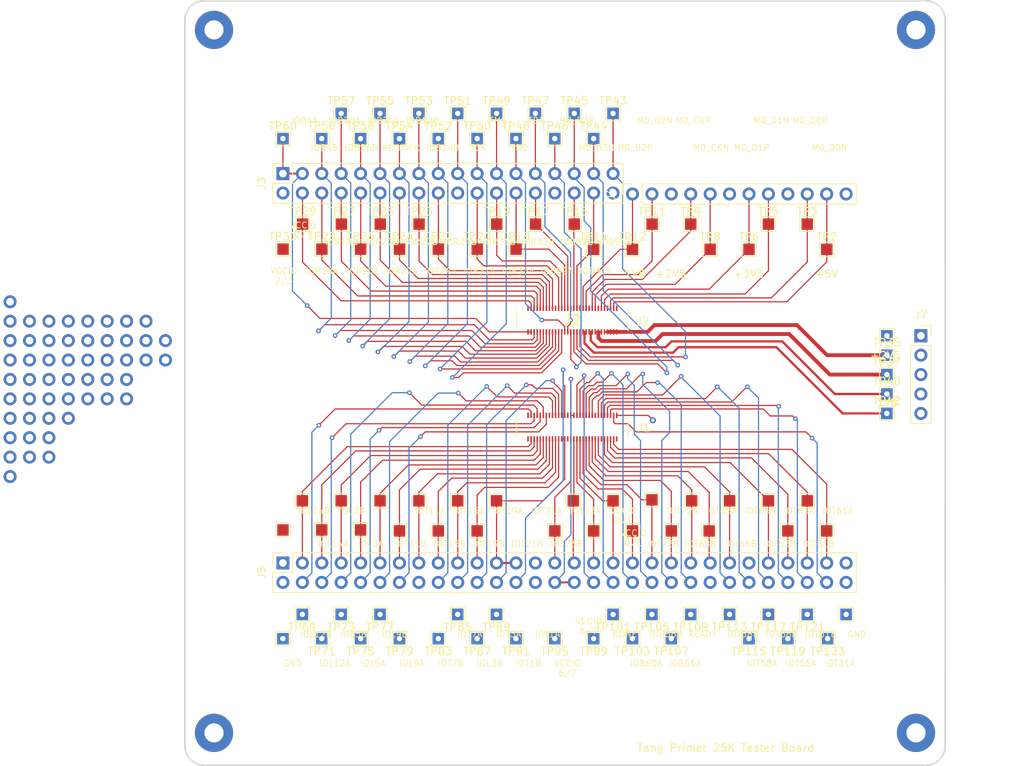
<source format=kicad_pcb>
(kicad_pcb (version 20221018) (generator pcbnew)
  (layers (0 "F.Cu" signal) (31 "B.Cu" signal) (34 "B.Paste" user) (35 "F.Paste" user) (36 "B.SilkS" user "B.Silkscreen") (37 "F.SilkS" user "F.Silkscreen") (38 "B.Mask" user) (39 "F.Mask" user) (44 "Edge.Cuts" user))
  (net 0 "")
  (net 1 "/VCCIO2{slash}3")
  (net 2 "/IOB4A")
  (net 3 "/IOB4B")
  (net 4 "/IOR18A")
  (net 5 "/IOB26A")
  (net 6 "/IOR18B")
  (net 7 "/IOB26B")
  (net 8 "/IOR20A")
  (net 9 "/IOB24A")
  (net 10 "/IOR20B")
  (net 11 "/RECONFIG")
  (net 12 "/IOR22A")
  (net 13 "/IOB12B")
  (net 14 "/IOR22B")
  (net 15 "/IOB14B")
  (net 16 "/IOR24A")
  (net 17 "/IOR24B")
  (net 18 "/TCK")
  (net 19 "/IOR31A")
  (net 20 "/TMS")
  (net 21 "/IOR31B")
  (net 22 "/TDO")
  (net 23 "/IOR33A")
  (net 24 "/TDI")
  (net 25 "/IOR33B")
  (net 26 "/IOB89A")
  (net 27 "/M0_D3P")
  (net 28 "/IOB89B")
  (net 29 "/M0_D3N")
  (net 30 "/IOB91A")
  (net 31 "/IOB91B")
  (net 32 "/M0_D2P")
  (net 33 "/VDD_1V8")
  (net 34 "/M0_D2N")
  (net 35 "+2V5")
  (net 36 "/M0_CKP")
  (net 37 "/M0_CKN")
  (net 38 "+3V3")
  (net 39 "/M0_D1P")
  (net 40 "/M0_D1N")
  (net 41 "+5V")
  (net 42 "/M0_D0P")
  (net 43 "/M0_D0N")
  (net 44 "/IOT31A")
  (net 45 "/IOT61A")
  (net 46 "/IOT31B")
  (net 47 "/IOT61B")
  (net 48 "/IOT56A")
  (net 49 "GND")
  (net 50 "/IOT63A")
  (net 51 "/IOT56B")
  (net 52 "/IOT63B")
  (net 53 "/IOT58A")
  (net 54 "/IOT66A")
  (net 55 "/IOT58B")
  (net 56 "/IOT66B")
  (net 57 "/IOT68A")
  (net 58 "/READY")
  (net 59 "/IOT68B")
  (net 60 "/IOB56A")
  (net 61 "/IOT72A")
  (net 62 "/IOB56B")
  (net 63 "/IOT72B")
  (net 64 "/IOB60A")
  (net 65 "/VCCIO0{slash}1")
  (net 66 "/DONE")
  (net 67 "/VCCIO6{slash}7")
  (net 68 "/IOT23A")
  (net 69 "/IOT23B")
  (net 70 "/IOT1A")
  (net 71 "/IOT21A")
  (net 72 "/IOT1B")
  (net 73 "/IOT21B")
  (net 74 "/IOT3A")
  (net 75 "/IOT19A")
  (net 76 "/IOT3B")
  (net 77 "/IOT19B")
  (net 78 "/IOT7A")
  (net 79 "/IOT15A")
  (net 80 "/IOT7B")
  (net 81 "/IOT15B")
  (net 82 "/IOT11A")
  (net 83 "/IOL9A")
  (net 84 "/IOT11B")
  (net 85 "/IOL9B")
  (net 86 "/IOL5A")
  (net 87 "/IOL3A")
  (net 88 "/IOL5B")
  (net 89 "/IOL3B")
  (net 90 "/IOL12A")
  (net 91 "/IOL14A")
  (net 92 "/IOL12B")
  (net 93 "/IOL14B")
  (footprint "Connector_PinHeader_2.54mm:PinHeader_1x01_P2.54mm_Vertical" (layer "F.Cu") (at 111.76 104.14)
    (fp_text reference "REF**" hide)
    (fp_text value "PinHeader_1x01_P2.54mm_Vertical" hide)
  )
  (footprint "TestPoint:TestPoint_Pad_1.5x1.5mm" (layer "F.Cu") (at 193.167 122.555 180)
    (fp_text reference "TP114" hide)
    (fp_text value "TestPoint")
  )
  (footprint "TestPoint:TestPoint_Pad_1.5x1.5mm" (layer "F.Cu") (at 162.687 122.555 180)
    (fp_text reference "TP92")
    (fp_text value "TestPoint")
  )
  (footprint "TestPoint:TestPoint_THTPad_1.5x1.5mm_Drill0.7mm" (layer "F.Cu") (at 149.987 140.589 180)
    (fp_text reference "TP79")
    (fp_text value "TestPoint")
  )
  (footprint "TestPoint:TestPoint_THTPad_1.5x1.5mm_Drill0.7mm" (layer "F.Cu") (at 162.687 71.882)
    (fp_text reference "TP49")
    (fp_text value "TestPoint")
  )
  (footprint "TestPoint:TestPoint_THTPad_1.5x1.5mm_Drill0.7mm" (layer "F.Cu") (at 152.527 71.882)
    (fp_text reference "TP53")
    (fp_text value "TestPoint")
  )
  (footprint "Connector_PinHeader_2.54mm:PinHeader_1x01_P2.54mm_Vertical" (layer "F.Cu") (at 101.6 111.76)
    (fp_text reference "REF**" hide)
    (fp_text value "PinHeader_1x01_P2.54mm_Vertical" hide)
  )
  (footprint "TestPoint:TestPoint_Pad_1.5x1.5mm" (layer "F.Cu") (at 203.327 122.555 180)
    (fp_text reference "TP122")
    (fp_text value "TestPoint")
  )
  (footprint "TestPoint:TestPoint_Pad_1.5x1.5mm" (layer "F.Cu") (at 162.712 86.36)
    (fp_text reference "TP19")
    (fp_text value "TestPoint")
  )
  (footprint "TestPoint:TestPoint_THTPad_1.5x1.5mm_Drill0.7mm" (layer "F.Cu") (at 137.287 137.414 180)
    (fp_text reference "TP69")
    (fp_text value "TestPoint")
  )
  (footprint "TestPoint:TestPoint_THTPad_1.5x1.5mm_Drill0.7mm" (layer "F.Cu") (at 142.367 137.414 180)
    (fp_text reference "TP73")
    (fp_text value "TestPoint")
  )
  (footprint "MountingHole:MountingHole_2.5mm_Pad_TopBottom" (layer "F.Cu") (at 125.73 60.96)
    (fp_text reference "REF**" hide)
    (fp_text value "MountingHole_2.5mm_Pad_TopBottom" hide)
  )
  (footprint "TestPoint:TestPoint_THTPad_1.5x1.5mm_Drill0.7mm" (layer "F.Cu") (at 198.247 137.414 180)
    (fp_text reference "TP117")
    (fp_text value "TestPoint")
  )
  (footprint "Connector_PinHeader_2.54mm:PinHeader_1x01_P2.54mm_Vertical" (layer "F.Cu") (at 119.38 104.14)
    (fp_text reference "REF**" hide)
    (fp_text value "PinHeader_1x01_P2.54mm_Vertical" hide)
  )
  (footprint "Connector_PinHeader_2.54mm:PinHeader_1x01_P2.54mm_Vertical" (layer "F.Cu") (at 106.68 111.76)
    (fp_text reference "REF**" hide)
    (fp_text value "PinHeader_1x01_P2.54mm_Vertical" hide)
  )
  (footprint "Connector_PinHeader_2.54mm:PinHeader_1x01_P2.54mm_Vertical" (layer "F.Cu") (at 104.14 99.06)
    (fp_text reference "REF**" hide)
    (fp_text value "PinHeader_1x01_P2.54mm_Vertical" hide)
  )
  (footprint "TestPoint:TestPoint_Pad_1.5x1.5mm" (layer "F.Cu") (at 160.1592 89.6366)
    (fp_text reference "TP20")
    (fp_text value "TestPoint")
  )
  (footprint "TestPoint:TestPoint_THTPad_1.5x1.5mm_Drill0.7mm" (layer "F.Cu") (at 213.741 111.125)
    (fp_text reference "TP42")
    (fp_text value "TestPoint")
  )
  (footprint "Connector_PinHeader_2.54mm:PinHeader_1x01_P2.54mm_Vertical" (layer "F.Cu") (at 104.14 114.3)
    (fp_text reference "REF**" hide)
    (fp_text value "PinHeader_1x01_P2.54mm_Vertical" hide)
  )
  (footprint "TestPoint:TestPoint_Pad_1.5x1.5mm" (layer "F.Cu") (at 200.787 126.492 180)
    (fp_text reference "TP120")
    (fp_text value "TestPoint")
  )
  (footprint "TestPoint:TestPoint_Pad_1.5x1.5mm" (layer "F.Cu") (at 183.007 122.428 180)
    (fp_text reference "TP106" hide)
    (fp_text value "TestPoint")
  )
  (footprint "TestPoint:TestPoint_Pad_1.5x1.5mm" (layer "F.Cu") (at 142.367 122.555 180)
    (fp_text reference "TP74")
    (fp_text value "TestPoint")
  )
  (footprint "TestPoint:TestPoint_Pad_1.5x1.5mm" (layer "F.Cu") (at 167.792 86.36)
    (fp_text reference "TP17")
    (fp_text value "TestPoint")
  )
  (footprint "SamacSys_Parts:DF40C60DS04V51" (layer "F.Cu") (at 172.602 98.919)
    (fp_text reference "J2")
    (fp_text value "DF40C-60DS-0.4V_51_" hide)
  )
  (footprint "Connector_PinHeader_2.54mm:PinHeader_1x01_P2.54mm_Vertical" (layer "F.Cu") (at 114.3 99.06)
    (fp_text reference "REF**" hide)
    (fp_text value "PinHeader_1x01_P2.54mm_Vertical" hide)
  )
  (footprint "Connector_PinHeader_2.54mm:PinHeader_1x01_P2.54mm_Vertical" (layer "F.Cu") (at 106.68 104.14)
    (fp_text reference "REF**" hide)
    (fp_text value "PinHeader_1x01_P2.54mm_Vertical" hide)
  )
  (footprint "Connector_PinHeader_2.54mm:PinHeader_1x01_P2.54mm_Vertical" (layer "F.Cu") (at 99.06 114.3)
    (fp_text reference "REF**" hide)
    (fp_text value "PinHeader_1x01_P2.54mm_Vertical" hide)
  )
  (footprint "TestPoint:TestPoint_Pad_1.5x1.5mm" (layer "F.Cu") (at 175.387 89.662)
    (fp_text reference "TP14")
    (fp_text value "TestPoint")
  )
  (footprint "Connector_PinSocket_2.54mm:PinSocket_1x05_P2.54mm_Vertical" (layer "F.Cu") (at 218.186 100.965)
    (fp_text reference "J7")
    (fp_text value "Conn_01x05")
  )
  (footprint "TestPoint:TestPoint_THTPad_1.5x1.5mm_Drill0.7mm" (layer "F.Cu") (at 155.067 140.589 180)
    (fp_text reference "TP83")
    (fp_text value "TestPoint")
  )
  (footprint "TestPoint:TestPoint_Pad_1.5x1.5mm" (layer "F.Cu") (at 195.707 89.662)
    (fp_text reference "TP6")
    (fp_text value "TestPoint")
  )
  (footprint "TestPoint:TestPoint_Pad_1.5x1.5mm" (layer "F.Cu") (at 175.387 126.492 180)
    (fp_text reference "TP100" hide)
    (fp_text value "TestPoint")
  )
  (footprint "TestPoint:TestPoint_Pad_1.5x1.5mm" (layer "F.Cu") (at 180.467 89.662)
    (fp_text reference "TP12")
    (fp_text value "TestPoint")
  )
  (footprint "TestPoint:TestPoint_THTPad_1.5x1.5mm_Drill0.7mm" (layer "F.Cu") (at 139.827 75.184)
    (fp_text reference "TP58")
    (fp_text value "TestPoint")
  )
  (footprint "TestPoint:TestPoint_Pad_1.5x1.5mm" (layer "F.Cu") (at 165.2392 89.6366)
    (fp_text reference "TP18")
    (fp_text value "TestPoint")
  )
  (footprint "Connector_PinHeader_2.54mm:PinHeader_1x01_P2.54mm_Vertical" (layer "F.Cu") (at 101.6 109.22)
    (fp_text reference "REF**" hide)
    (fp_text value "PinHeader_1x01_P2.54mm_Vertical" hide)
  )
  (footprint "Connector_PinHeader_2.54mm:PinHeader_1x01_P2.54mm_Vertical" (layer "F.Cu") (at 99.06 111.76)
    (fp_text reference "REF**" hide)
    (fp_text value "PinHeader_1x01_P2.54mm_Vertical" hide)
  )
  (footprint "TestPoint:TestPoint_THTPad_1.5x1.5mm_Drill0.7mm" (layer "F.Cu") (at 165.227 75.184)
    (fp_text reference "TP48")
    (fp_text value "TestPoint")
  )
  (footprint "TestPoint:TestPoint_Pad_1.5x1.5mm" (layer "F.Cu") (at 157.607 122.555 180)
    (fp_text reference "TP86")
    (fp_text value "TestPoint")
  )
  (footprint "Connector_PinHeader_2.54mm:PinHeader_1x01_P2.54mm_Vertical" (layer "F.Cu") (at 99.06 101.6)
    (fp_text reference "REF**" hide)
    (fp_text value "PinHeader_1x01_P2.54mm_Vertical" hide)
  )
  (footprint "TestPoint:TestPoint_THTPad_1.5x1.5mm_Drill0.7mm" (layer "F.Cu") (at 213.741 100.965)
    (fp_text reference "TP1")
    (fp_text value "TestPoint")
  )
  (footprint "TestPoint:TestPoint_THTPad_1.5x1.5mm_Drill0.7mm" (layer "F.Cu") (at 213.741 108.585)
    (fp_text reference "TP40")
    (fp_text value "TestPoint")
  )
  (footprint "TestPoint:TestPoint_THTPad_1.5x1.5mm_Drill0.7mm" (layer "F.Cu") (at 208.407 137.414)
    (fp_text reference "TP67")
    (fp_text value "TestPoint")
  )
  (footprint "TestPoint:TestPoint_Pad_1.5x1.5mm" (layer "F.Cu") (at 149.987 126.492 180)
    (fp_text reference "TP80")
    (fp_text value "TestPoint")
  )
  (footprint "TestPoint:TestPoint_THTPad_1.5x1.5mm_Drill0.7mm" (layer "F.Cu") (at 157.607 71.882)
    (fp_text reference "TP51")
    (fp_text value "TestPoint")
  )
  (footprint "Connector_PinHeader_2.54mm:PinHeader_1x01_P2.54mm_Vertical" (layer "F.Cu") (at 99.06 116.84)
    (fp_text reference "REF**" hide)
    (fp_text value "PinHeader_1x01_P2.54mm_Vertical" hide)
  )
  (footprint "TestPoint:TestPoint_Pad_1.5x1.5mm" (layer "F.Cu") (at 152.552 86.36)
    (fp_text reference "TP23")
    (fp_text value "TestPoint")
  )
  (footprint "Connector_PinHeader_2.54mm:PinHeader_1x01_P2.54mm_Vertical" (layer "F.Cu") (at 106.68 101.6)
    (fp_text reference "REF**" hide)
    (fp_text value "PinHeader_1x01_P2.54mm_Vertical" hide)
  )
  (footprint "TestPoint:TestPoint_Pad_1.5x1.5mm" (layer "F.Cu") (at 198.247 86.36)
    (fp_text reference "TP5")
    (fp_text value "TestPoint")
  )
  (footprint "TestPoint:TestPoint_Pad_1.5x1.5mm" (layer "F.Cu") (at 177.927 122.555 180)
    (fp_text reference "TP102" hide)
    (fp_text value "TestPoint")
  )
  (footprint "MountingHole:MountingHole_2.5mm_Pad_TopBottom" (layer "F.Cu") (at 125.73 152.908)
    (fp_text reference "REF**" hide)
    (fp_text value "MountingHole_2.5mm_Pad_TopBottom")
  )
  (footprint "Connector_PinHeader_2.54mm:PinHeader_1x01_P2.54mm_Vertical" (layer "F.Cu") (at 109.22 99.06)
    (fp_text reference "REF**" hide)
    (fp_text value "PinHeader_1x01_P2.54mm_Vertical" hide)
  )
  (footprint "TestPoint:TestPoint_Pad_1.5x1.5mm" (layer "F.Cu") (at 155.067 126.492 180)
    (fp_text reference "TP84")
    (fp_text value "TestPoint")
  )
  (footprint "TestPoint:TestPoint_THTPad_1.5x1.5mm_Drill0.7mm" (layer "F.Cu") (at 170.307 75.184)
    (fp_text reference "TP46")
    (fp_text value "TestPoint")
  )
  (footprint "Connector_PinHeader_2.54mm:PinHeader_1x01_P2.54mm_Vertical" (layer "F.Cu") (at 99.06 96.52)
    (fp_text reference "REF**" hide)
    (fp_text value "PinHeader_1x01_P2.54mm_Vertical" hide)
  )
  (footprint "Connector_PinHeader_2.54mm:PinHeader_1x01_P2.54mm_Vertical" (layer "F.Cu") (at 101.6 116.84)
    (fp_text reference "REF**" hide)
    (fp_text value "PinHeader_1x01_P2.54mm_Vertical" hide)
  )
  (footprint "Connector_PinHeader_2.54mm:PinHeader_1x01_P2.54mm_Vertical" (layer "F.Cu") (at 104.14 109.22)
    (fp_text reference "REF**" hide)
    (fp_text value "PinHeader_1x01_P2.54mm_Vertical" hide)
  )
  (footprint "TestPoint:TestPoint_THTPad_1.5x1.5mm_Drill0.7mm" (layer "F.Cu") (at 170.307 140.589 180)
    (fp_text reference "TP95")
    (fp_text value "TestPoint")
  )
  (footprint "Connector_PinHeader_2.54mm:PinHeader_1x01_P2.54mm_Vertical" (layer "F.Cu") (at 114.3 106.68)
    (fp_text reference "REF**" hide)
    (fp_text value "PinHeader_1x01_P2.54mm_Vertical" hide)
  )
  (footprint "Connector_PinHeader_2.54mm:PinHeader_1x01_P2.54mm_Vertical" (layer "F.Cu") (at 111.76 101.6)
    (fp_text reference "REF**" hide)
    (fp_text value "PinHeader_1x01_P2.54mm_Vertical" hide)
  )
  (footprint "TestPoint:TestPoint_THTPad_1.5x1.5mm_Drill0.7mm" (layer "F.Cu") (at 157.607 137.414 180)
    (fp_text reference "TP85")
    (fp_text value "TestPoint")
  )
  (footprint "TestPoint:TestPoint_Pad_1.5x1.5mm" (layer "F.Cu") (at 180.467 126.492 180)
    (fp_text reference "TP104" hide)
    (fp_text value "TestPoint")
  )
  (footprint "TestPoint:TestPoint_THTPad_1.5x1.5mm_Drill0.7mm" (layer "F.Cu") (at 165.227 140.589 180)
    (fp_text reference "TP91")
    (fp_text value "TestPoint")
  )
  (footprint "TestPoint:TestPoint_Pad_1.5x1.5mm" (layer "F.Cu") (at 205.8792 89.662)
    (fp_text reference "TP2")
    (fp_text value "TestPoint")
  )
  (footprint "MountingHole:MountingHole_2.5mm_Pad_TopBottom" (layer "F.Cu") (at 217.55 60.96)
    (fp_text reference "REF**" hide)
    (fp_text value "MountingHole_2.5mm_Pad_TopBottom" hide)
  )
  (footprint "TestPoint:TestPoint_THTPad_1.5x1.5mm_Drill0.7mm" (layer "F.Cu") (at 134.747 140.589 180)
    (fp_text reference "TP125")
    (fp_text value "TestPoint")
  )
  (footprint "MountingHole:MountingHole_2.5mm_Pad_TopBottom" (layer "F.Cu") (at 217.55 152.908)
    (fp_text reference "REF**" hide)
    (fp_text value "MountingHole_2.5mm_Pad_TopBottom")
  )
  (footprint "TestPoint:TestPoint_Pad_1.5x1.5mm" (layer "F.Cu") (at 172.72 122.555 180)
    (fp_text reference "TP98")
    (fp_text value "TestPoint")
  )
  (footprint "TestPoint:TestPoint_Pad_1.5x1.5mm" (layer "F.Cu") (at 183.032 86.36)
    (fp_text reference "TP11")
    (fp_text value "TestPoint")
  )
  (footprint "Connector_PinHeader_2.54mm:PinHeader_1x01_P2.54mm_Vertical" (layer "F.Cu") (at 99.06 106.68)
    (fp_text reference "REF**" hide)
    (fp_text value "PinHeader_1x01_P2.54mm_Vertical" hide)
  )
  (footprint "TestPoint:TestPoint_Pad_1.5x1.5mm" (layer "F.Cu") (at 139.8392 89.6366)
    (fp_text reference "TP28")
    (fp_text value "TestPoint")
  )
  (footprint "Connector_PinSocket_2.54mm:PinSocket_1x12_P2.54mm_Vertical" (layer "F.Cu") (at 180.467 82.423 90)
    (fp_text reference "J4")
    (fp_text value "Conn_01x12")
  )
  (footprint "TestPoint:TestPoint_Pad_1.5x1.5mm" (layer "F.Cu") (at 172.847 86.36)
    (fp_text reference "TP15")
    (fp_text value "TestPoint")
  )
  (footprint "TestPoint:TestPoint_Pad_1.5x1.5mm" (layer "F.Cu") (at 198.247 122.555 180)
    (fp_text reference "TP118" hide)
    (fp_text value "TestPoint")
  )
  (footprint "Connector_PinHeader_2.54mm:PinHeader_1x01_P2.54mm_Vertical" (layer "F.Cu") (at 109.22 109.22)
    (fp_text reference "REF**" hide)
    (fp_text value "PinHeader_1x01_P2.54mm_Vertical" hide)
  )
  (footprint "TestPoint:TestPoint_THTPad_1.5x1.5mm_Drill0.7mm" (layer "F.Cu") (at 203.327 137.414 180)
    (fp_text reference "TP121")
    (fp_text value "TestPoint")
  )
  (footprint "TestPoint:TestPoint_Pad_1.5x1.5mm" (layer "F.Cu") (at 137.287 122.555 180)
    (fp_text reference "TP70")
    (fp_text value "TestPoint")
  )
  (footprint "Connector_PinHeader_2.54mm:PinHeader_1x01_P2.54mm_Vertical" (layer "F.Cu") (at 101.6 99.06)
    (fp_text reference "REF**" hide)
    (fp_text value "PinHeader_1x01_P2.54mm_Vertical" hide)
  )
  (footprint "TestPoint:TestPoint_THTPad_1.5x1.5mm_Drill0.7mm" (layer "F.Cu") (at 155.067 75.184)
    (fp_text reference "TP52")
    (fp_text value "TestPoint")
  )
  (footprint "TestPoint:TestPoint_Pad_1.5x1.5mm" (layer "F.Cu") (at 170.307 126.492 180)
    (fp_text reference "TP96")
    (fp_text value "TestPoint")
  )
  (footprint "Connector_PinHeader_2.54mm:PinHeader_1x01_P2.54mm_Vertical" (layer "F.Cu") (at 119.38 101.6)
    (fp_text reference "REF**" hide)
    (fp_text value "PinHeader_1x01_P2.54mm_Vertical" hide)
  )
  (footprint "SamacSys_Parts:DF40C60DS04V51" (layer "F.Cu") (at 172.602 112.919)
    (fp_text reference "J1" hide)
    (fp_text value "DF40C-60DS-0.4V_51_" hide)
  )
  (footprint "TestPoint:TestPoint_THTPad_1.5x1.5mm_Drill0.7mm" (layer "F.Cu") (at 177.927 137.414 180)
    (fp_text reference "TP101")
    (fp_text value "TestPoint")
  )
  (footprint "TestPoint:TestPoint_THTPad_1.5x1.5mm_Drill0.7mm" (layer "F.Cu") (at 213.741 103.505)
    (fp_text reference "TP35")
    (fp_text value "TestPoint")
  )
  (footprint "TestPoint:TestPoint_Pad_1.5x1.5mm" (layer "F.Cu") (at 188.087 86.36)
    (fp_text reference "TP9")
    (fp_text value "TestPoint")
  )
  (footprint "Connector_PinHeader_2.54mm:PinHeader_1x01_P2.54mm_Vertical" (layer "F.Cu") (at 101.6 104.14)
    (fp_text reference "REF**" hide)
    (fp_text value "PinHeader_1x01_P2.54mm_Vertical" hide)
  )
  (footprint "TestPoint:TestPoint_Pad_1.5x1.5mm" (layer "F.Cu") (at 190.627 89.662)
    (fp_text reference "TP8")
    (fp_text value "TestPoint")
  )
  (footprint "TestPoint:TestPoint_Pad_1.5x1.5mm" (layer "F.Cu") (at 190.5 126.492 180)
    (fp_text reference "TP112" hide)
    (fp_text value "TestPoint")
  )
  (footprint "TestPoint:TestPoint_THTPad_1.5x1.5mm_Drill0.7mm" (layer "F.Cu") (at 185.547 140.589 180)
    (fp_text reference "TP107")
    (fp_text value "TestPoint")
  )
  (footprint "Connector_PinHeader_2.54mm:PinHeader_1x01_P2.54mm_Vertical" (layer "F.Cu") (at 106.68 106.68)
    (fp_text reference "REF**" hide)
    (fp_text value "PinHeader_1x01_P2.54mm_Vertical" hide)
  )
  (footprint "Connector_PinHeader_2.54mm:PinHeader_1x01_P2.54mm_Vertical" (layer "F.Cu") (at 116.84 101.6)
    (fp_text reference "REF**" hide)
    (fp_text value "PinHeader_1x01_P2.54mm_Vertical" hide)
  )
  (footprint "Connector_PinSocket_2.54mm:PinSocket_2x30_P2.54mm_Vertical" (layer "F.Cu") (at 134.747 130.683 90)
    (fp_text reference "J5")
    (fp_text value "Conn_02x30_Odd_Even")
  )
  (footprint "TestPoint:TestPoint_Pad_1.5x1.5mm" (layer "F.Cu") (at 205.867 126.492 180)
    (fp_text reference "TP124")
    (fp_text value "TestPoint")
  )
  (footprint "TestPoint:TestPoint_Pad_1.5x1.5mm" (layer "F.Cu") (at 155.0792 89.6366)
    (fp_text reference "TP22")
    (fp_text value "TestPoint")
  )
  (footprint "TestPoint:TestPoint_Pad_1.5x1.5mm" (layer "F.Cu") (at 144.907 126.365 180)
    (fp_text reference "TP76")
    (fp_text value "TestPoint")
  )
  (footprint "Connector_PinHeader_2.54mm:PinHeader_1x01_P2.54mm_Vertical" (layer "F.Cu") (at 99.06 104.14)
    (fp_text reference "REF**" hide)
    (fp_text value "PinHeader_1x01_P2.54mm_Vertical" hide)
  )
  (footprint "Connector_PinHeader_2.54mm:PinHeader_1x01_P2.54mm_Vertical" (layer "F.Cu") (at 104.14 106.68)
    (fp_text reference "REF**" hide)
    (fp_text value "PinHeader_1x01_P2.54mm_Vertical" hide)
  )
  (footprint "TestPoint:TestPoint_Pad_1.5x1.5mm" (layer "F.Cu") (at 160.147 126.492 180)
    (fp_text reference "TP88")
    (fp_text value "TestPoint")
  )
  (footprint "Connector_PinHeader_2.54mm:PinHeader_1x01_P2.54mm_Vertical" (layer "F.Cu") (at 104.14 104.14)
    (fp_text reference "REF**" hide)
    (fp_text value "PinHeader_1x01_P2.54mm_Vertical" hide)
  )
  (footprint "Connector_PinHeader_2.54mm:PinHeader_1x01_P2.54mm_Vertical" (layer "F.Cu") (at 111.76 106.68)
    (fp_text reference "REF**" hide)
    (fp_text value "PinHeader_1x01_P2.54mm_Vertical" hide)
  )
  (footprint "Connector_PinHeader_2.54mm:PinHeader_1x01_P2.54mm_Vertical" (layer "F.Cu") (at 111.76 99.06)
    (fp_text reference "REF**" hide)
    (fp_text value "PinHeader_1x01_P2.54mm_Vertical" hide)
  )
  (footprint "TestPoint:TestPoint_Pad_1.5x1.5mm" (layer "F.Cu") (at 137.312 86.36)
    (fp_text reference "TP29")
    (fp_text value "TestPoint")
  )
  (footprint "TestPoint:TestPoint_THTPad_1.5x1.5mm_Drill0.7mm" (layer "F.Cu") (at 160.147 75.184)
    (fp_text reference "TP50")
    (fp_text value "TestPoint")
  )
  (footprint "Connector_PinHeader_2.54mm:PinHeader_1x01_P2.54mm_Vertical" (layer "F.Cu") (at 106.68 109.22)
    (fp_text reference "REF**" hide)
    (fp_text value "PinHeader_1x01_P2.54mm_Vertical" hide)
  )
  (footprint "Connector_PinHeader_2.54mm:PinHeader_1x01_P2.54mm_Vertical" (layer "F.Cu") (at 114.3 101.6)
    (fp_text reference "REF**" hide)
    (fp_text value "PinHeader_1x01_P2.54mm_Vertical" hide)
  )
  (footprint "TestPoint:TestPoint_THTPad_1.5x1.5mm_Drill0.7mm" (layer "F.Cu") (at 183.007 137.414 180)
    (fp_text reference "TP105")
    (fp_text value "TestPoint")
  )
  (footprint "Connector_PinHeader_2.54mm:PinHeader_1x01_P2.54mm_Vertical" (layer "F.Cu") (at 104.14 111.76)
    (fp_text reference "REF**" hide)
    (fp_text value "PinHeader_1x01_P2.54mm_Vertical" hide)
  )
  (footprint "TestPoint:TestPoint_Pad_1.5x1.5mm" (layer "F.Cu") (at 139.827 126.365 180)
    (fp_text reference "TP72")
    (fp_text value "TestPoint")
  )
  (footprint "Connector_PinHeader_2.54mm:PinHeader_1x01_P2.54mm_Vertical" (layer "F.Cu") (at 104.14 116.84)
    (fp_text reference "REF**" hide)
    (fp_text value "PinHeader_1x01_P2.54mm_Vertical" hide)
  )
  (footprint "TestPoint:TestPoint_Pad_1.5x1.5mm" (layer "F.Cu") (at 134.7592 89.6366)
    (fp_text reference "TP30")
    (fp_text value "TestPoint")
  )
  (footprint "TestPoint:TestPoint_THTPad_1.5x1.5mm_Drill0.7mm" (layer "F.Cu") (at 172.847 71.882)
    (fp_text reference "TP45")
    (fp_text value "TestPoint")
  )
  (footprint "Connector_PinHeader_2.54mm:PinHeader_1x01_P2.54mm_Vertical" (layer "F.Cu") (at 101.6 101.6)
    (fp_text reference "REF**" hide)
    (fp_text value "PinHeader_1x01_P2.54mm_Vertical" hide)
  )
  (footprint "Connector_PinHeader_2.54mm:PinHeader_1x01_P2.54mm_Vertical" (layer "F.Cu") (at 111.76 109.22)
    (fp_text reference "REF**" hide)
    (fp_text value "PinHeader_1x01_P2.54mm_Vertical" hide)
  )
  (footprint "TestPoint:TestPoint_THTPad_1.5x1.5mm_Drill0.7mm" (layer "F.Cu") (at 195.707 140.589 180)
    (fp_text reference "TP115")
    (fp_text value "TestPoint")
  )
  (footprint "TestPoint:TestPoint_THTPad_1.5x1.5mm_Drill0.7mm" (layer "F.Cu") (at 134.747 75.184)
    (fp_text reference "TP60")
    (fp_text value "TestPoint")
  )
  (footprint "TestPoint:TestPoint_Pad_1.5x1.5mm" (layer "F.Cu") (at 142.392 86.36)
    (fp_text reference "TP27")
    (fp_text value "TestPoint")
  )
  (footprint "TestPoint:TestPoint_THTPad_1.5x1.5mm_Drill0.7mm" (layer "F.Cu") (at 160.147 140.589 180)
    (fp_text reference "TP87")
    (fp_text value "TestPoint")
  )
  (footprint "Connector_PinHeader_2.54mm:PinHeader_1x01_P2.54mm_Vertical" (layer "F.Cu") (at 109.22 104.14)
    (fp_text reference "REF**" hide)
    (fp_text value "PinHeader_1x01_P2.54mm_Vertical" hide)
  )
  (footprint "TestPoint:TestPoint_THTPad_1.5x1.5mm_Drill0.7mm" (layer "F.Cu") (at 193.167 137.414 180)
    (fp_text reference "TP113")
    (fp_text value "TestPoint")
  )
  (footprint "TestPoint:TestPoint_THTPad_1.5x1.5mm_Drill0.7mm" (layer "F.Cu") (at 200.787 140.589 180)
    (fp_text reference "TP119")
    (fp_text value "TestPoint")
  )
  (footprint "Connector_PinHeader_2.54mm:PinHeader_1x01_P2.54mm_Vertical" (layer "F.Cu") (at 109.22 101.6)
    (fp_text reference "REF**" hide)
    (fp_text value "PinHeader_1x01_P2.54mm_Vertical" hide)
  )
  (footprint "TestPoint:TestPoint_THTPad_1.5x1.5mm_Drill0.7mm" (layer "F.Cu") (at 142.367 71.882)
    (fp_text reference "TP57")
    (fp_text value "TestPoint")
  )
  (footprint "TestPoint:TestPoint_THTPad_1.5x1.5mm_Drill0.7mm" (layer "F.Cu") (at 144.907 140.589 180)
    (fp_text reference "TP75")
    (fp_text value "TestPoint")
  )
  (footprint "Connector_PinSocket_2.54mm:PinSocket_2x18_P2.54mm_Vertical" (layer "F.Cu") (at 134.747 79.756 90)
    (fp_text reference "J3")
    (fp_text value "Conn_02x18_Odd_Even")
  )
  (footprint "TestPoint:TestPoint_THTPad_1.5x1.5mm_Drill0.7mm" (layer "F.Cu") (at 162.687 137.414 180)
    (fp_text reference "TP89")
    (fp_text value "TestPoint")
  )
  (footprint "TestPoint:TestPoint_Pad_1.5x1.5mm" (layer "F.Cu") (at 147.447 122.555 180)
    (fp_text reference "TP78")
    (fp_text value "TestPoint")
  )
  (footprint "Connector_PinHeader_2.54mm:PinHeader_1x01_P2.54mm_Vertical" (layer "F.Cu") (at 101.6 106.68)
    (fp_text reference "REF**" hide)
    (fp_text value "PinHeader_1x01_P2.54mm_Vertical" hide)
  )
  (footprint "Connector_PinHeader_2.54mm:PinHeader_1x01_P2.54mm_Vertical" (layer "F.Cu") (at 116.84 99.06)
    (fp_text reference "REF**" hide)
    (fp_text value "PinHeader_1x01_P2.54mm_Vertical" hide)
  )
  (footprint "Connector_PinHeader_2.54mm:PinHeader_1x01_P2.54mm_Vertical" (layer "F.Cu") (at 114.3 104.14)
    (fp_text reference "REF**" hide)
    (fp_text value "PinHeader_1x01_P2.54mm_Vertical" hide)
  )
  (footprint "TestPoint:TestPoint_THTPad_1.5x1.5mm_Drill0.7mm" (layer "F.Cu") (at 188.087 137.414 180)
    (fp_text reference "TP109")
    (fp_text value "TestPoint")
  )
  (footprint "Connector_PinHeader_2.54mm:PinHeader_1x01_P2.54mm_Vertical" (layer "F.Cu") (at 106.68 99.06)
    (fp_text reference "REF**" hide)
    (fp_text value "PinHeader_1x01_P2.54mm_Vertical" hide)
  )
  (footprint "TestPoint:TestPoint_THTPad_1.5x1.5mm_Drill0.7mm" (layer "F.Cu") (at 149.987 75.184)
    (fp_text reference "TP54")
    (fp_text value "TestPoint")
  )
  (footprint "TestPoint:TestPoint_THTPad_1.5x1.5mm_Drill0.7mm" (layer "F.Cu") (at 205.994 140.589 180)
    (fp_text reference "TP123")
    (fp_text value "TestPoint")
  )
  (footprint "TestPoint:TestPoint_THTPad_1.5x1.5mm_Drill0.7mm" (layer "F.Cu") (at 180.467 140.589 180)
    (fp_text reference "TP103")
    (fp_text value "TestPoint")
  )
  (footprint "TestPoint:TestPoint_THTPad_1.5x1.5mm_Drill0.7mm" (layer "F.Cu") (at 177.927 71.882)
    (fp_text reference "TP43")
    (fp_text value "TestPoint")
  )
  (footprint "TestPoint:TestPoint_THTPad_1.5x1.5mm_Drill0.7mm" (layer "F.Cu") (at 167.767 71.882)
    (fp_text reference "TP47")
    (fp_text value "TestPoint")
  )
  (footprint "TestPoint:TestPoint_Pad_1.5x1.5mm" (layer "F.Cu") (at 152.527 122.555 180)
    (fp_text reference "TP82")
    (fp_text value "TestPoint")
  )
  (footprint "Connector_PinHeader_2.54mm:PinHeader_1x01_P2.54mm_Vertical" (layer "F.Cu") (at 109.22 106.68)
    (fp_text reference "REF**" hide)
    (fp_text value "PinHeader_1x01_P2.54mm_Vertical" hide)
  )
  (footprint "TestPoint:TestPoint_Pad_1.5x1.5mm" (layer "F.Cu") (at 185.547 126.492 180)
    (fp_text reference "TP108" hide)
    (fp_text value "TestPoint")
  )
  (footprint "Connector_PinHeader_2.54mm:PinHeader_1x01_P2.54mm_Vertical" (layer "F.Cu") (at 99.06 119.38)
    (fp_text reference "REF**" hide)
    (fp_text value "PinHeader_1x01_P2.54mm_Vertical" hide)
  )
  (footprint "Connector_PinHeader_2.54mm:PinHeader_1x01_P2.54mm_Vertical" (layer "F.Cu") (at 99.06 109.22)
    (fp_text reference "REF**" hide)
    (fp_text value "PinHeader_1x01_P2.54mm_Vertical" hide)
  )
  (footprint "TestPoint:TestPoint_THTPad_1.5x1.5mm_Drill0.7mm" (layer "F.Cu") (at 147.447 137.414 180)
    (fp_text reference "TP77")
    (fp_text value "TestPoint")
  )
  (footprint "TestPoint:TestPoint_THTPad_1.5x1.5mm_Drill0.7mm" (layer "F.Cu") (at 213.741 106.045)
    (fp_text reference "TP37")
    (fp_text value "TestPoint")
  )
  (footprint "TestPoint:TestPoint_Pad_1.5x1.5mm" (layer "F.Cu") (at 147.472 86.36)
    (fp_text reference "TP25")
    (fp_text value "TestPoint")
  )
  (footprint "TestPoint:TestPoint_Pad_1.5x1.5mm" (layer "F.Cu") (at 134.747 126.365 180)
    (fp_text reference "TP126")
    (fp_text value "TestPoint")
  )
  (footprint "Connector_PinHeader_2.54mm:PinHeader_1x01_P2.54mm_Vertical" (layer "F.Cu") (at 101.6 114.3)
    (fp_text reference "REF**" hide)
    (fp_text value "PinHeader_1x01_P2.54mm_Vertical" hide)
  )
  (footprint "Connector_PinHeader_2.54mm:PinHeader_1x01_P2.54mm_Vertical" (layer "F.Cu") (at 104.14 101.6)
    (fp_text reference "REF**" hide)
    (fp_text value "PinHeader_1x01_P2.54mm_Vertical" hide)
  )
  (footprint "TestPoint:TestPoint_Pad_1.5x1.5mm" (layer "F.Cu") (at 149.9992 89.6366)
    (fp_text reference "TP24")
    (fp_text value "TestPoint")
  )
  (footprint "TestPoint:TestPoint_Pad_1.5x1.5mm" (layer "F.Cu") (at 144.9192 89.6366)
    (fp_text reference "TP26")
    (fp_text value "TestPoint")
  )
  (footprint "TestPoint:TestPoint_THTPad_1.5x1.5mm_Drill0.7mm" (layer "F.Cu") (at 147.447 71.882)
    (fp_text reference "TP55")
    (fp_text value "TestPoint")
  )
  (footprint "TestPoint:TestPoint_THTPad_1.5x1.5mm_Drill0.7mm" (layer "F.Cu") (at 144.907 75.184)
    (fp_text reference "TP56")
    (fp_text value "TestPoint")
  )
  (footprint "Connector_PinHeader_2.54mm:PinHeader_1x01_P2.54mm_Vertical" (layer "F.Cu") (at 116.84 104.14)
    (fp_text reference "REF**" hide)
    (fp_text value "PinHeader_1x01_P2.54mm_Vertical" hide)
  )
  (footprint "TestPoint:TestPoint_Pad_1.5x1.5mm" (layer "F.Cu") (at 188.214 122.555 180)
    (fp_text reference "TP110" hide)
    (fp_text value "TestPoint")
  )
  (footprint "TestPoint:TestPoint_Pad_1.5x1.5mm" (layer "F.Cu") (at 203.327 86.36)
    (fp_text reference "TP3")
    (fp_text value "TestPoint")
  )
  (footprint "TestPoint:TestPoint_THTPad_1.5x1.5mm_Drill0.7mm" (layer "F.Cu") (at 175.387 75.184)
    (fp_text reference "TP44")
    (fp_text value "TestPoint")
  )
  (footprint "Connector_PinHeader_2.54mm:PinHeader_1x01_P2.54mm_Vertical" (layer "F.Cu") (at 114.3 109.22)
    (fp_text reference "REF**" hide)
    (fp_text value "PinHeader_1x01_P2.54mm_Vertical" hide)
  )
  (footprint "Connector_PinHeader_2.54mm:PinHeader_1x01_P2.54mm_Vertical" (layer "F.Cu") (at 99.06 99.06)
    (fp_text reference "REF**" hide)
    (fp_text value "PinHeader_1x01_P2.54mm_Vertical" hide)
  )
  (footprint "TestPoint:TestPoint_THTPad_1.5x1.5mm_Drill0.7mm" (layer "F.Cu") (at 139.827 140.589 180)
    (fp_text reference "TP71")
    (fp_text value "TestPoint")
  )
  (footprint "TestPoint:TestPoint_THTPad_1.5x1.5mm_Drill0.7mm" (layer "F.Cu") (at 175.387 140.589 180)
    (fp_text reference "TP99")
    (fp_text value "TestPoint")
  )
  (gr_line (start 218.7956 57.15) (end 124.46 57.15) (stroke (width 0.2)) (layer "Edge.Cuts"))
  (gr_arc (start 124.462312 157.136238) (mid 122.666261 156.392289) (end 121.922312 154.596238) (stroke (width 0.2)) (layer "Edge.Cuts"))
  (gr_arc (start 218.82 57.15) (mid 220.616051 57.893949) (end 221.36 59.69) (stroke (width 0.2)) (layer "Edge.Cuts"))
  (gr_line (start 124.462312 157.136238) (end 218.7956 157.136238) (stroke (width 0.2)) (layer "Edge.Cuts"))
  (gr_line (start 121.92 59.69) (end 121.922312 154.596238) (stroke (width 0.2)) (layer "Edge.Cuts"))
  (gr_arc (start 221.362339 154.596238) (mid 220.617552 156.393105) (end 218.82 157.136238) (stroke (width 0.2)) (layer "Edge.Cuts"))
  (gr_arc (start 121.92 59.69) (mid 122.663949 57.893949) (end 124.46 57.15) (stroke (width 0.2)) (layer "Edge.Cuts"))
  (gr_line (start 221.362312 154.596238) (end 221.36 59.69) (stroke (width 0.2)) (layer "Edge.Cuts"))
  (gr_text "IOR33A" (at 163.322 92.964) (layer "F.SilkS") (effects (font (size 0.8 0.8) (thickness 0.1)) (justify left bottom)))
  (gr_text "DONE" (at 177.8 140.462) (layer "F.SilkS") (effects (font (size 0.8 0.8) (thickness 0.1)) (justify left bottom)))
  (gr_text "IOT15B" (at 154.432 128.651) (layer "F.SilkS") (effects (font (size 0.8 0.8) (thickness 0.1)) (justify left bottom)))
  (gr_text "IOR24B" (at 155.702 89.154) (layer "F.SilkS") (effects (font (size 0.8 0.8) (thickness 0.1)) (justify left bottom)))
  (gr_text "IOL12B" (at 136.906 140.462) (layer "F.SilkS") (effects (font (size 0.8 0.8) (thickness 0.1)) (justify left bottom)))
  (gr_text "IOL14A" (at 139.192 128.651) (layer "F.SilkS") (effects (font (size 0.8 0.8) (thickness 0.1)) (justify left bottom)))
  (gr_text "IOL3A" (at 144.526 128.651) (layer "F.SilkS") (effects (font (size 0.8 0.8) (thickness 0.1)) (justify left bottom)))
  (gr_text "IOR24A" (at 153.162 92.964) (layer "F.SilkS") (effects (font (size 0.8 0.8) (thickness 0.1)) (justify left bottom)))
  (gr_text "IOT63B" (at 197.612 128.651) (layer "F.SilkS") (effects (font (size 0.8 0.8) (thickness 0.1)) (justify left bottom)))
  (gr_text "IOT19A" (at 162.052 124.333) (layer "F.SilkS") (effects (font (size 0.8 0.8) (thickness 0.1)) (justify left bottom)))
  (gr_text "IOB4B" (at 138.303 76.835) (layer "F.SilkS") (effects (font (size 0.8 0.8) (thickness 0.1)) (justify left bottom)))
  (gr_text "IOB12B" (at 150.749 73.279) (layer "F.SilkS") (effects (font (size 0.8 0.8) (thickness 0.1)) (justify left bottom)))
  (gr_text "IOB91A" (at 173.482 92.964) (layer "F.SilkS") (effects (font (size 0.8 0.8) (thickness 0.1)) (justify left bottom)))
  (gr_text "IOT56B" (at 197.866 140.462) (layer "F.SilkS") (effects (font (size 0.8 0.8) (thickness 0.1)) (justify left bottom)))
  (gr_text "M0_D3P" (at 170.815 73.279) (layer "F.SilkS") (effects (font (size 0.8 0.8) (thickness 0.1)) (justify left bottom)))
  (gr_text "+3V3" (at 193.548 93.472) (layer "F.SilkS") (effects (font (size 1 1)) (justify left bottom)))
  (gr_text "M0_D0N" (at 203.835 76.835) (layer "F.SilkS") (effects (font (size 0.8 0.8) (thickness 0.1)) (justify left bottom)))
  (gr_text "IOL5A" (at 144.78 144.272) (layer "F.SilkS") (effects (font (size 0.8 0.8) (thickness 0.1)) (justify left bottom)))
  (gr_text "+2V5" (at 211.455 104.14) (layer "F.SilkS") (effects (font (size 1 1)) (justify left bottom)))
  (gr_text "IOT1B" (at 165.1 144.272) (layer "F.SilkS") (effects (font (size 0.8 0.8) (thickness 0.1)) (justify left bottom)))
  (gr_text "IOL9B" (at 147.574 140.462) (layer "F.SilkS") (effects (font (size 0.8 0.8) (thickness 0.1)) (justify left bottom)))
  (gr_text "VCCIO\n6/7" (at 174.752 140.081) (layer "F.SilkS") (effects (font (size 0.8 0.8) (thickness 0.1)) (justify bottom)))
  (gr_text "M0_CKP" (at 186.055 73.279) (layer "F.SilkS") (effects (font (size 0.8 0.8) (thickness 0.1)) (justify left bottom)))
  (gr_text "1V8" (at 212.344 110.236) (layer "F.SilkS") (effects (font (size 1 1)) (justify left bottom)))
  (gr_text "IOB91B" (at 176.022 89.154) (layer "F.SilkS") (effects (font (size 0.8 0.8) (thickness 0.1)) (justify left bottom)))
  (gr_text "IOL14B" (at 136.652 124.333) (layer "F.SilkS") (effects (font (size 0.8 0.8) (thickness 0.1)) (justify left bottom)))
  (gr_text "VCCIO\n6/7" (at 171.958 145.542) (layer "F.SilkS") (effects (font (size 0.8 0.8) (thickness 0.1)) (justify bottom)))
  (gr_text "M0_D1P" (at 193.675 76.835) (layer "F.SilkS") (effects (font (size 0.8 0.8) (thickness 0.1)) (justify left bottom)))
  (gr_text "IOL9A" (at 149.86 144.272) (layer "F.SilkS") (effects (font (size 0.8 0.8) (thickness 0.1)) (justify left bottom)))
  (gr_text "IOT11A" (at 151.892 124.333) (layer "F.SilkS") (effects (font (size 0.8 0.8) (thickness 0.1)) (justify left bottom)))
  (gr_text "IOR20A" (at 143.002 92.964) (layer "F.SilkS") (effects (font (size 0.8 0.8) (thickness 0.1)) (justify left bottom)))
  (gr_text "M0_D2N" (at 180.975 73.279) (layer "F.SilkS") (effects (font (size 0.8 0.8) (thickness 0.1)) (justify left bottom)))
  (gr_text "IOT56A" (at 200.406 144.272) (layer "F.SilkS") (effects (font (size 0.8 0.8) (thickness 0.1)) (justify left bottom)))
  (gr_text "IOT7B" (at 154.94 144.272) (layer "F.SilkS") (effects (font (size 0.8 0.8) (thickness 0.1)) (justify left bottom)))
  (gr_text "M0_D3N" (at 173.355 76.835) (layer "F.SilkS") (effects (font (size 0.8 0.8) (thickness 0.1)) (justify left bottom)))
  (gr_text "IOT63A" (at 200.152 124.333) (layer "F.SilkS") (effects (font (size 0.8 0.8) (thickness 0.1)) (justify left bottom)))
  (gr_text "IOB89B" (at 170.942 89.154) (layer "F.SilkS") (effects (font (size 0.8 0.8) (thickness 0.1)) (justify left bottom)))
  (gr_text "IOT21A" (at 167.132 124.333) (layer "F.SilkS") (effects (font (size 0.8 0.8) (thickness 0.1)) (justify left bottom)))
  (gr_text "READY" (at 187.706 140.462) (layer "F.SilkS") (effects (font (size 0.8 0.8) (thickness 0.1)) (justify left bottom)))
  (gr_text "IOT11B" (at 149.352 128.651) (layer "F.SilkS") (effects (font (size 0.8 0.8) (thickness 0.1)) (justify left bottom)))
  (gr_text "IOT21B" (at 164.592 128.651) (layer "F.SilkS") (effects (font (size 0.8 0.8) (thickness 0.1)) (justify left bottom)))
  (gr_text "IOB24A" (at 145.669 73.279) (layer "F.SilkS") (effects (font (size 0.8 0.8) (thickness 0.1)) (justify left bottom)))
  (gr_text "IOL3B" (at 160.02 144.272) (layer "F.SilkS") (effects (font (size 0.8 0.8) (thickness 0.1)) (justify left bottom)))
  (gr_text "IOB26B" (at 142.748 76.835) (layer "F.SilkS") (effects (font (size 0.8 0.8) (thickness 0.1)) (justify left bottom)))
  (gr_text "J1" (at 180.975 113.538) (layer "F.SilkS") (effects (font (size 1 1)) (justify left bottom)))
  (gr_text "+2V5" (at 183.388 93.472) (layer "F.SilkS") (effects (font (size 1 1)) (justify left bottom)))
  (gr_text "IOT7A" (at 157.48 140.462) (layer "F.SilkS") (effects (font (size 0.8 0.8) (thickness 0.1)) (justify left bottom)))
  (gr_text "IOT66B" (at 192.532 128.651) (layer "F.SilkS") (effects (font (size 0.8 0.8) (thickness 0.1)) (justify left bottom)))
  (gr_text "IOR22B" (at 150.622 89.154) (layer "F.SilkS") (effects (font (size 0.8 0.8) (thickness 0.1)) (justify left bottom)))
  (gr_text "M0_CKN" (at 188.341 76.835) (layer "F.SilkS") (effects (font (size 0.8 0.8) (thickness 0.1)) (justify left bottom)))
  (gr_text "TDI" (at 166.751 73.279) (layer "F.SilkS") (effects (font (size 0.8 0.8) (thickness 0.1)) (justify left bottom)))
  (gr_text "Tang Primer 25K Tester Board" (at 180.975 155.448) (layer "F.SilkS") (effects (font (size 1 1)) (justify left bottom)))
  (gr_text "IOB14B" (at 153.416 76.835) (layer "F.SilkS") (effects (font (size 0.8 0.8) (thickness 0.1)) (justify left bottom)))
  (gr_text "IOT61B" (at 202.692 128.651) (layer "F.SilkS") (effects (font (size 0.8 0.8) (thickness 0.1)) (justify left bottom)))
  (gr_text "IOT31A" (at 205.486 144.272) (layer "F.SilkS") (effects (font (size 0.8 0.8) (thickness 0.1)) (justify left bottom)))
  (gr_text "IOR18A" (at 137.668 92.964) (layer "F.SilkS") (effects (font (size 0.8 0.8) (thickness 0.1)) (justify left bottom)))
  (gr_text "IOR33B" (at 165.862 89.154) (layer "F.SilkS") (effects (font (size 0.8 0.8) (thickness 0.1)) (justify left bottom)))
  (gr_text "IOR18B" (at 140.208 89.154) (layer "F.SilkS") (effects (font (size 0.8 0.8) (thickness 0.1)) (justify left bottom)))
  (gr_text "GND" (at 208.534 140.462) (layer "F.SilkS") (effects (font (size 0.8 0.8) (thickness 0.1)) (justify left bottom)))
  (gr_text "IOB60A" (at 180.086 144.272) (layer "F.SilkS") (effects (font (size 0.8 0.8) (thickness 0.1)) (justify left bottom)))
  (gr_text "M0_D1N" (at 196.215 73.279) (layer "F.SilkS") (effects (font (size 0.8 0.8) (thickness 0.1)) (justify left bottom)))
  (gr_text "IOT68B" (at 187.198 128.651) (layer "F.SilkS") (effects (font (size 0.8 0.8) (thickness 0.1)) (justify left bottom)))
  (gr_text "VCCIO\n2/3" (at 134.874 94.234) (layer "F.SilkS") (effects (font (size 0.8 0.8) (thickness 0.1)) (justify bottom)))
  (gr_text "VCCIO\n0/1" (at 180.594 128.524) (layer "F.SilkS") (effects (font (size 0.8 0.8) (thickness 0.1)) (justify bottom)))
  (gr_text "IOT3A" (at 162.56 140.462) (layer "F.SilkS") (effects (font (size 0.8 0.8) (thickness 0.1)) (justify left bottom)))
  (gr_text "IOB26A" (at 140.589 73.279) (layer "F.SilkS") (effects (font (size 0.8 0.8) (thickness 0.1)) (justify left bottom)))
  (gr_text "IOT61A" (at 205.232 124.333) (layer "F.SilkS") (effects (font (size 0.8 0.8) (thickness 0.1)) (justify left bottom)))
  (gr_text "IOT19B" (at 159.512 128.651) (layer "F.SilkS") (effects (font (size 0.8 0.8) (thickness 0.1)) (justify left bottom)))
  (gr_text "IOT66A" (at 195.072 124.333) (layer "F.SilkS") (effects (font (size 0.8 0.8) (thickness 0.1)) (justify left bottom)))
  (gr_text "TDO" (at 164.465 76.835) (layer "F.SilkS") (effects (font (size 0.8 0.8) (thickness 0.1)) (justify left bottom)))
  (gr_text "IOT68A" (at 189.992 124.333) (layer "F.SilkS") (effects (font (size 0.8 0.8) (thickness 0.1)) (justify left bottom)))
  (gr_text "IOL5B" (at 142.24 140.462) (layer "F.SilkS") (effects (font (size 0.8 0.8) (thickness 0.1)) (justify left bottom)))
  (gr_text "TCK" (at 159.131 76.835) (layer "F.SilkS") (effects (font (size 0.8 0.8) (thickness 0.1)) (justify left bottom)))
  (gr_text "VCCIO\n2/3" (at 137.414 88.265) (layer "F.SilkS") (effects (font (size 0.8 0.8) (thickness 0.1)) (justify bottom)))
  (gr_text "IOT15A" (at 156.972 124.333) (layer "F.SilkS") (effects (font (size 0.8 0.8) (thickness 0.1)) (justify left bottom)))
  (gr_text "J2" (at 180.848 99.695) (layer "F.SilkS") (effects (font (size 1 1)) (justify left bottom)))
  (gr_text "IOB56B" (at 182.626 140.462) (layer "F.SilkS") (effects (font (size 0.8 0.8) (thickness 0.1)) (justify left bottom)))
  (gr_text "IOT31B" (at 202.946 140.462) (layer "F.SilkS") (effects (font (size 0.8 0.8) (thickness 0.1)) (justify left bottom)))
  (gr_text "IOT72A" (at 184.912 124.333) (layer "F.SilkS") (effects (font (size 0.8 0.8) (thickness 0.1)) (justify left bottom)))
  (gr_text "IOT58B" (at 192.786 140.462) (layer "F.SilkS") (effects (font (size 0.8 0.8) (thickness 0.1)) (justify left bottom)))
  (gr_text "IOT58A" (at 195.326 144.272) (layer "F.SilkS") (effects (font (size 0.8 0.8) (thickness 0.1)) (justify left bottom)))
  (gr_text "IOT1A" (at 167.64 140.462) (layer "F.SilkS") (effects (font (size 0.8 0.8) (thickness 0.1)) (justify left bottom)))
  (gr_text "IOR31B" (at 160.782 89.154) (layer "F.SilkS") (effects (font (size 0.8 0.8) (thickness 0.1)) (justify left bottom)))
  (gr_text "IOB56A" (at 185.166 144.272) (layer "F.SilkS") (effects (font (size 0.8 0.8) (thickness 0.1)) (justify left bottom)))
  (gr_text "IOR31A" (at 158.242 92.964) (layer "F.SilkS") (effects (font (size 0.8 0.8) (thickness 0.1)) (justify left bottom)))
  (gr_text "IOL12A" (at 139.446 144.272) (layer "F.SilkS") (effects (font (size 0.8 0.8) (thickness 0.1)) (justify left bottom)))
  (gr_text "GND" (at 134.747 144.272) (layer "F.SilkS") (effects (font (size 0.8 0.8) (thickness 0.1)) (justify left bottom)))
  (gr_text "IOT23A" (at 172.212 124.333) (layer "F.SilkS") (effects (font (size 0.8 0.8) (thickness 0.1)) (justify left bottom)))
  (gr_text "VCCIO\n0/1" (at 179.324 125.603) (layer "F.SilkS") (effects (font (size 0.8 0.8) (thickness 0.1)) (justify bottom)))
  (gr_text "+5V" (at 204.216 93.472) (layer "F.SilkS") (effects (font (size 1 1)) (justify left bottom)))
  (gr_text "M0_D2P" (at 178.435 76.835) (layer "F.SilkS") (effects (font (size 0.8 0.8) (thickness 0.1)) (justify left bottom)))
  (gr_text "TMS" (at 161.671 73.279) (layer "F.SilkS") (effects (font (size 0.8 0.8) (thickness 0.1)) (justify left bottom)))
  (gr_text "IOR20B" (at 145.542 89.154) (layer "F.SilkS") (effects (font (size 0.8 0.8) (thickness 0.1)) (justify left bottom)))
  (gr_text "1V8" (at 179.324 93.472) (layer "F.SilkS") (effects (font (size 1 1)) (justify left bottom)))
  (gr_text "IOT23B" (at 169.672 128.651) (layer "F.SilkS") (effects (font (size 0.8 0.8) (thickness 0.1)) (justify left bottom)))
  (gr_text "RECONFIG" (at 147.701 76.835) (layer "F.SilkS") (effects (font (size 0.7 0.7) (thickness 0.1)) (justify left bottom)))
  (gr_text "IOR22A" (at 148.082 92.964) (layer "F.SilkS") (effects (font (size 0.8 0.8) (thickness 0.1)) (justify left bottom)))
  (gr_text "IOL3B" (at 141.986 124.333) (layer "F.SilkS") (effects (font (size 0.8 0.8) (thickness 0.1)) (justify left bottom)))
  (gr_text "IOB89A" (at 168.402 92.964) (layer "F.SilkS") (effects (font (size 0.8 0.8) (thickness 0.1)) (justify left bottom)))
  (gr_text "IOB4A" (at 135.763 73.279) (layer "F.SilkS") (effects (font (size 0.8 0.8) (thickness 0.1)) (justify left bottom)))
  (gr_text "M0_D0P" (at 201.295 73.279) (layer "F.SilkS") (effects (font (size 0.8 0.8) (thickness 0.1)) (justify left bottom)))
  (gr_text "IOT72B" (at 182.372 128.651) (layer "F.SilkS") (effects (font (size 0.8 0.8) (thickness 0.1)) (justify left bottom)))
  (segment (start 134.747 79.756) (end 134.747 75.184) (width 0.15) (layer "F.Cu") (net 1))
  (segment (start 159.9692 98.7044) (end 161.7238 100.459) (width 0.15) (layer "F.Cu") (net 1))
  (segment (start 167.202 100.459) (end 166.802 100.459) (width 0.15) (layer "F.Cu") (net 1))
  (segment (start 137.922 97.028) (end 139.5984 98.7044) (width 0.15) (layer "F.Cu") (net 1))
  (segment (start 137.287 79.756) (end 134.747 79.756) (width 0.25) (layer "F.Cu") (net 1))
  (segment (start 161.7238 100.459) (end 166.802 100.459) (width 0.15) (layer "F.Cu") (net 1))
  (segment (start 139.5984 98.7044) (end 159.9692 98.7044) (width 0.15) (layer "F.Cu") (net 1))
  (via (at 137.922 97.028) (size 0.6) (drill 0.3) (layers "F.Cu" "B.Cu") (net 1))
  (segment (start 135.9916 81.0514) (end 137.287 79.756) (width 0.15) (layer "B.Cu") (net 1))
  (segment (start 137.922 97.028) (end 135.9916 95.0976) (width 0.15) (layer "B.Cu") (net 1))
  (segment (start 135.9916 95.0976) (end 135.9916 81.0514) (width 0.15) (layer "B.Cu") (net 1))
  (segment (start 137.312 82.321) (end 137.287 82.296) (width 0.15) (layer "F.Cu") (net 2))
  (segment (start 167.202 96.717) (end 166.878 96.393) (width 0.15) (layer "F.Cu") (net 2))
  (segment (start 137.312 91.338) (end 137.312 86.36) (width 0.15) (layer "F.Cu") (net 2))
  (segment (start 142.367 96.393) (end 137.312 91.338) (width 0.15) (layer "F.Cu") (net 2))
  (segment (start 166.878 96.393) (end 142.367 96.393) (width 0.15) (layer "F.Cu") (net 2))
  (segment (start 137.312 86.36) (end 137.312 82.321) (width 0.15) (layer "F.Cu") (net 2))
  (segment (start 167.202 97.379) (end 167.202 96.717) (width 0.15) (layer "F.Cu") (net 2))
  (segment (start 139.8392 89.6366) (end 139.8392 82.3082) (width 0.15) (layer "F.Cu") (net 3))
  (segment (start 167.259 95.758) (end 144.526 95.758) (width 0.15) (layer "F.Cu") (net 3))
  (segment (start 167.602 96.101) (end 167.259 95.758) (width 0.15) (layer "F.Cu") (net 3))
  (segment (start 139.8392 91.0712) (end 139.8392 89.6366) (width 0.15) (layer "F.Cu") (net 3))
  (segment (start 144.526 95.758) (end 139.8392 91.0712) (width 0.15) (layer "F.Cu") (net 3))
  (segment (start 139.8392 82.3082) (end 139.827 82.296) (width 0.15) (layer "F.Cu") (net 3))
  (segment (start 167.602 97.379) (end 167.602 96.101) (width 0.15) (layer "F.Cu") (net 3))
  (segment (start 140.208 99.5172) (end 159.766 99.5172) (width 0.15) (layer "F.Cu") (net 4))
  (segment (start 167.602 101.2316) (end 167.602 100.459) (width 0.15) (layer "F.Cu") (net 4))
  (segment (start 161.7472 101.4984) (end 167.3352 101.4984) (width 0.15) (layer "F.Cu") (net 4))
  (segment (start 159.766 99.5172) (end 161.7472 101.4984) (width 0.15) (layer "F.Cu") (net 4))
  (segment (start 167.3352 101.4984) (end 167.602 101.2316) (width 0.15) (layer "F.Cu") (net 4))
  (segment (start 139.3952 100.33) (end 140.208 99.5172) (width 0.15) (layer "F.Cu") (net 4))
  (segment (start 139.827 79.756) (end 139.827 75.184) (width 0.15) (layer "F.Cu") (net 4))
  (via (at 139.3952 100.33) (size 0.6) (drill 0.3) (layers "F.Cu" "B.Cu") (net 4))
  (segment (start 141.0716 98.6536) (end 141.0716 81.0006) (width 0.15) (layer "B.Cu") (net 4))
  (segment (start 141.0716 81.0006) (end 139.827 79.756) (width 0.15) (layer "B.Cu") (net 4))
  (segment (start 139.3952 100.33) (end 141.0716 98.6536) (width 0.15) (layer "B.Cu") (net 4))
  (segment (start 142.392 91.211) (end 142.392 86.36) (width 0.15) (layer "F.Cu") (net 5))
  (segment (start 142.367 82.296) (end 142.367 86.335) (width 0.15) (layer "F.Cu") (net 5))
  (segment (start 168.002 97.379) (end 168.002 95.485) (width 0.15) (layer "F.Cu") (net 5))
  (segment (start 167.64 95.123) (end 146.304 95.123) (width 0.15) (layer "F.Cu") (net 5))
  (segment (start 168.002 95.485) (end 167.64 95.123) (width 0.15) (layer "F.Cu") (net 5))
  (segment (start 142.367 86.335) (end 142.392 86.36) (width 0.15) (layer "F.Cu") (net 5))
  (segment (start 146.304 95.123) (end 142.392 91.211) (width 0.15) (layer "F.Cu") (net 5))
  (segment (start 159.4612 100.2792) (end 161.1884 102.0064) (width 0.15) (layer "F.Cu") (net 6))
  (segment (start 141.5796 100.9396) (end 142.24 100.2792) (width 0.15) (layer "F.Cu") (net 6))
  (segment (start 167.4876 102.0064) (end 168.002 101.492) (width 0.15) (layer "F.Cu") (net 6))
  (segment (start 161.1884 102.0064) (end 167.4876 102.0064) (width 0.15) (layer "F.Cu") (net 6))
  (segment (start 168.002 101.492) (end 168.002 100.459) (width 0.15) (layer "F.Cu") (net 6))
  (segment (start 142.367 79.756) (end 142.367 71.882) (width 0.15) (layer "F.Cu") (net 6))
  (segment (start 142.24 100.2792) (end 159.4612 100.2792) (width 0.15) (layer "F.Cu") (net 6))
  (via (at 141.5796 100.9396) (size 0.6) (drill 0.3) (layers "F.Cu" "B.Cu") (net 6))
  (segment (start 143.6116 98.9076) (end 143.6116 81.0006) (width 0.15) (layer "B.Cu") (net 6))
  (segment (start 141.5796 100.9396) (end 143.6116 98.9076) (width 0.15) (layer "B.Cu") (net 6))
  (segment (start 143.6116 81.0006) (end 142.367 79.756) (width 0.15) (layer "B.Cu") (net 6))
  (segment (start 144.9192 89.6366) (end 144.9192 82.3082) (width 0.15) (layer "F.Cu") (net 7))
  (segment (start 167.894 94.488) (end 148.209 94.488) (width 0.15) (layer "F.Cu") (net 7))
  (segment (start 168.402 94.996) (end 167.894 94.488) (width 0.15) (layer "F.Cu") (net 7))
  (segment (start 168.402 97.379) (end 168.402 94.996) (width 0.15) (layer "F.Cu") (net 7))
  (segment (start 144.9192 82.3082) (end 144.907 82.296) (width 0.15) (layer "F.Cu") (net 7))
  (segment (start 144.9192 91.1982) (end 144.9192 89.6366) (width 0.15) (layer "F.Cu") (net 7))
  (segment (start 148.209 94.488) (end 144.9192 91.1982) (width 0.15) (layer "F.Cu") (net 7))
  (segment (start 144.907 79.756) (end 144.907 75.184) (width 0.15) (layer "F.Cu") (net 8))
  (segment (start 143.9672 100.9904) (end 159.1056 100.9904) (width 0.15) (layer "F.Cu") (net 8))
  (segment (start 168.402 101.8032) (end 168.402 100.459) (width 0.15) (layer "F.Cu") (net 8))
  (segment (start 160.5788 102.4636) (end 167.7416 102.4636) (width 0.15) (layer "F.Cu") (net 8))
  (segment (start 159.1056 100.9904) (end 160.5788 102.4636) (width 0.15) (layer "F.Cu") (net 8))
  (segment (start 167.7416 102.4636) (end 168.402 101.8032) (width 0.15) (layer "F.Cu") (net 8))
  (segment (start 143.3576 101.6) (end 143.9672 100.9904) (width 0.15) (layer "F.Cu") (net 8))
  (via (at 143.3576 101.6) (size 0.6) (drill 0.3) (layers "F.Cu" "B.Cu") (net 8))
  (segment (start 143.3576 101.6) (end 146.1516 98.806) (width 0.15) (layer "B.Cu") (net 8))
  (segment (start 146.1516 81.0006) (end 144.907 79.756) (width 0.15) (layer "B.Cu") (net 8))
  (segment (start 146.1516 98.806) (end 146.1516 81.0006) (width 0.15) (layer "B.Cu") (net 8))
  (segment (start 147.447 86.335) (end 147.472 86.36) (width 0.15) (layer "F.Cu") (net 9))
  (segment (start 147.447 82.296) (end 147.447 86.335) (width 0.15) (layer "F.Cu") (net 9))
  (segment (start 168.148 93.98) (end 150.368 93.98) (width 0.15) (layer "F.Cu") (net 9))
  (segment (start 168.802 94.634) (end 168.148 93.98) (width 0.15) (layer "F.Cu") (net 9))
  (segment (start 147.472 91.084) (end 147.472 86.36) (width 0.15) (layer "F.Cu") (net 9))
  (segment (start 168.802 97.379) (end 168.802 94.634) (width 0.15) (layer "F.Cu") (net 9))
  (segment (start 150.368 93.98) (end 147.472 91.084) (width 0.15) (layer "F.Cu") (net 9))
  (segment (start 145.796 101.7016) (end 158.6992 101.7016) (width 0.15) (layer "F.Cu") (net 10))
  (segment (start 159.9184 102.9208) (end 167.8432 102.9208) (width 0.15) (layer "F.Cu") (net 10))
  (segment (start 167.8432 102.9208) (end 168.802 101.962) (width 0.15) (layer "F.Cu") (net 10))
  (segment (start 168.802 101.962) (end 168.802 100.459) (width 0.15) (layer "F.Cu") (net 10))
  (segment (start 145.1864 102.3112) (end 145.796 101.7016) (width 0.15) (layer "F.Cu") (net 10))
  (segment (start 147.447 79.756) (end 147.447 71.882) (width 0.15) (layer "F.Cu") (net 10))
  (segment (start 158.6992 101.7016) (end 159.9184 102.9208) (width 0.15) (layer "F.Cu") (net 10))
  (via (at 145.1864 102.3112) (size 0.6) (drill 0.3) (layers "F.Cu" "B.Cu") (net 10))
  (segment (start 145.1864 102.3112) (end 145.1864 102.2604) (width 0.15) (layer "B.Cu") (net 10))
  (segment (start 148.6916 81.0006) (end 147.447 79.756) (width 0.15) (layer "B.Cu") (net 10))
  (segment (start 148.6916 98.7552) (end 148.6916 81.0006) (width 0.15) (layer "B.Cu") (net 10))
  (segment (start 145.1864 102.2604) (end 148.6916 98.7552) (width 0.15) (layer "B.Cu") (net 10))
  (segment (start 169.202 97.379) (end 169.202 94.272) (width 0.15) (layer "F.Cu") (net 11))
  (segment (start 168.402 93.472) (end 152.4 93.472) (width 0.15) (layer "F.Cu") (net 11))
  (segment (start 149.9992 89.6366) (end 149.9992 82.3082) (width 0.15) (layer "F.Cu") (net 11))
  (segment (start 149.9992 91.0712) (end 149.9992 89.6366) (width 0.15) (layer "F.Cu") (net 11))
  (segment (start 152.4 93.472) (end 149.9992 91.0712) (width 0.15) (layer "F.Cu") (net 11))
  (segment (start 149.9992 82.3082) (end 149.987 82.296) (width 0.15) (layer "F.Cu") (net 11))
  (segment (start 169.202 94.272) (end 168.402 93.472) (width 0.15) (layer "F.Cu") (net 11))
  (segment (start 158.1912 102.362) (end 159.2072 103.378) (width 0.15) (layer "F.Cu") (net 12))
  (segment (start 159.2072 103.378) (end 167.894 103.378) (width 0.15) (layer "F.Cu") (net 12))
  (segment (start 167.894 103.378) (end 169.202 102.07) (width 0.15) (layer "F.Cu") (net 12))
  (segment (start 149.987 79.756) (end 149.987 75.184) (width 0.15) (layer "F.Cu") (net 12))
  (segment (start 169.202 102.07) (end 169.202 100.459) (width 0.15) (layer "F.Cu") (net 12))
  (segment (start 147.8788 102.362) (end 158.1912 102.362) (width 0.15) (layer "F.Cu") (net 12))
  (segment (start 147.1676 103.0732) (end 147.8788 102.362) (width 0.15) (layer "F.Cu") (net 12))
  (via (at 147.1676 103.0732) (size 0.6) (drill 0.3) (layers "F.Cu" "B.Cu") (net 12))
  (segment (start 151.2316 99.1108) (end 151.2316 81.0006) (width 0.15) (layer "B.Cu") (net 12))
  (segment (start 147.2692 103.0732) (end 151.2316 99.1108) (width 0.15) (layer "B.Cu") (net 12))
  (segment (start 147.1676 103.0732) (end 147.2692 103.0732) (width 0.15) (layer "B.Cu") (net 12))
  (segment (start 151.2316 81.0006) (end 149.987 79.756) (width 0.15) (layer "B.Cu") (net 12))
  (segment (start 152.527 82.296) (end 152.527 86.335) (width 0.15) (layer "F.Cu") (net 13))
  (segment (start 152.527 86.335) (end 152.552 86.36) (width 0.15) (layer "F.Cu") (net 13))
  (segment (start 154.305 92.964) (end 152.552 91.211) (width 0.15) (layer "F.Cu") (net 13))
  (segment (start 169.602 93.91) (end 168.656 92.964) (width 0.15) (layer "F.Cu") (net 13))
  (segment (start 152.552 91.211) (end 152.552 86.36) (width 0.15) (layer "F.Cu") (net 13))
  (segment (start 168.656 92.964) (end 154.305 92.964) (width 0.15) (layer "F.Cu") (net 13))
  (segment (start 169.602 97.379) (end 169.602 93.91) (width 0.15) (layer "F.Cu") (net 13))
  (segment (start 167.9448 103.886) (end 169.602 102.2288) (width 0.15) (layer "F.Cu") (net 14))
  (segment (start 149.2504 103.6828) (end 149.9616 102.9716) (width 0.15) (layer "F.Cu") (net 14))
  (segment (start 169.602 102.2288) (end 169.602 100.459) (width 0.15) (layer "F.Cu") (net 14))
  (segment (start 157.6832 102.9716) (end 158.5976 103.886) (width 0.15) (layer "F.Cu") (net 14))
  (segment (start 152.527 79.756) (end 152.527 71.882) (width 0.15) (layer "F.Cu") (net 14))
  (segment (start 158.5976 103.886) (end 167.9448 103.886) (width 0.15) (layer "F.Cu") (net 14))
  (segment (start 149.9616 102.9716) (end 157.6832 102.9716) (width 0.15) (layer "F.Cu") (net 14))
  (via (at 149.2504 103.6828) (size 0.6) (drill 0.3) (layers "F.Cu" "B.Cu") (net 14))
  (segment (start 153.7716 81.0006) (end 152.527 79.756) (width 0.15) (layer "B.Cu") (net 14))
  (segment (start 149.2504 103.6828) (end 153.7716 99.1616) (width 0.15) (layer "B.Cu") (net 14))
  (segment (start 153.7716 99.1616) (end 153.7716 81.0006) (width 0.15) (layer "B.Cu") (net 14))
  (segment (start 155.0792 90.9442) (end 155.0792 89.6366) (width 0.15) (layer "F.Cu") (net 15))
  (segment (start 156.591 92.456) (end 155.0792 90.9442) (width 0.15) (layer "F.Cu") (net 15))
  (segment (start 155.0792 82.3082) (end 155.067 82.296) (width 0.15) (layer "F.Cu") (net 15))
  (segment (start 170.002 97.379) (end 170.002 93.548) (width 0.15) (layer "F.Cu") (net 15))
  (segment (start 168.91 92.456) (end 156.591 92.456) (width 0.15) (layer "F.Cu") (net 15))
  (segment (start 155.0792 89.6366) (end 155.0792 82.3082) (width 0.15) (layer "F.Cu") (net 15))
  (segment (start 170.002 93.548) (end 168.91 92.456) (width 0.15) (layer "F.Cu") (net 15))
  (segment (start 151.3332 104.3432) (end 152.0444 103.632) (width 0.15) (layer "F.Cu") (net 16))
  (segment (start 157.226 103.632) (end 157.988 104.394) (width 0.15) (layer "F.Cu") (net 16))
  (segment (start 152.0444 103.632) (end 157.226 103.632) (width 0.15) (layer "F.Cu") (net 16))
  (segment (start 168.0718 104.394) (end 170.002 102.4638) (width 0.15) (layer "F.Cu") (net 16))
  (segment (start 155.067 79.756) (end 155.067 75.184) (width 0.15) (layer "F.Cu") (net 16))
  (segment (start 170.002 102.4638) (end 170.002 100.459) (width 0.15) (layer "F.Cu") (net 16))
  (segment (start 157.988 104.394) (end 168.0718 104.394) (width 0.15) (layer "F.Cu") (net 16))
  (via (at 151.3332 104.3432) (size 0.6) (drill 0.3) (layers "F.Cu" "B.Cu") (net 16))
  (segment (start 156.3116 99.3648) (end 156.3116 81.0006) (width 0.15) (layer "B.Cu") (net 16))
  (segment (start 156.3116 81.0006) (end 155.067 79.756) (width 0.15) (layer "B.Cu") (net 16))
  (segment (start 151.3332 104.3432) (end 156.3116 99.3648) (width 0.15) (layer "B.Cu") (net 16))
  (segment (start 168.2496 104.8512) (end 170.402 102.6988) (width 0.15) (layer "F.Cu") (net 17))
  (segment (start 153.3652 104.902) (end 154.0256 104.2416) (width 0.15) (layer "F.Cu") (net 17))
  (segment (start 154.0256 104.2416) (end 156.8704 104.2416) (width 0.15) (layer "F.Cu") (net 17))
  (segment (start 156.8704 104.2416) (end 157.48 104.8512) (width 0.15) (layer "F.Cu") (net 17))
  (segment (start 157.607 79.756) (end 157.607 71.882) (width 0.15) (layer "F.Cu") (net 17))
  (segment (start 157.48 104.8512) (end 168.2496 104.8512) (width 0.15) (layer "F.Cu") (net 17))
  (segment (start 170.402 102.6988) (end 170.402 100.459) (width 0.15) (layer "F.Cu") (net 17))
  (via (at 153.3652 104.902) (size 0.6) (drill 0.3) (layers "F.Cu" "B.Cu") (net 17))
  (segment (start 158.877 81.026) (end 157.607 79.756) (width 0.15) (layer "B.Cu") (net 17))
  (segment (start 153.3652 104.902) (end 158.877 99.3902) (width 0.15) (layer "B.Cu") (net 17))
  (segment (start 158.877 99.3902) (end 158.877 81.026) (width 0.15) (layer "B.Cu") (net 17))
  (segment (start 161.036 91.821) (end 160.1592 90.9442) (width 0.15) (layer "F.Cu") (net 18))
  (segment (start 169.291 91.821) (end 161.036 91.821) (width 0.15) (layer "F.Cu") (net 18))
  (segment (start 160.1592 82.3082) (end 160.147 82.296) (width 0.15) (layer "F.Cu") (net 18))
  (segment (start 170.802 97.379) (end 170.802 93.332) (width 0.15) (layer "F.Cu") (net 18))
  (segment (start 160.1592 89.6366) (end 160.1592 82.3082) (width 0.15) (layer "F.Cu") (net 18))
  (segment (start 170.802 93.332) (end 169.291 91.821) (width 0.15) (layer "F.Cu") (net 18))
  (segment (start 160.1592 90.9442) (end 160.1592 89.6366) (width 0.15) (layer "F.Cu") (net 18))
  (segment (start 170.802 102.9338) (end 170.802 100.459) (width 0.15) (layer "F.Cu") (net 19))
  (segment (start 160.147 79.756) (end 160.147 75.184) (width 0.15) (layer "F.Cu") (net 19))
  (segment (start 155.2956 105.3084) (end 168.4274 105.3084) (width 0.15) (layer "F.Cu") (net 19))
  (segment (start 168.4274 105.3084) (end 170.802 102.9338) (width 0.15) (layer "F.Cu") (net 19))
  (via (at 155.2956 105.3084) (size 0.6) (drill 0.3) (layers "F.Cu" "B.Cu") (net 19))
  (segment (start 155.2956 105.3084) (end 161.417 99.187) (width 0.15) (layer "B.Cu") (net 19))
  (segment (start 161.417 99.187) (end 161.417 81.026) (width 0.15) (layer "B.Cu") (net 19))
  (segment (start 161.417 81.026) (end 160.147 79.756) (width 0.15) (layer "B.Cu") (net 19))
  (segment (start 171.202 97.379) (end 171.202 92.716) (width 0.15) (layer "F.Cu") (net 20))
  (segment (start 162.712 86.36) (end 162.712 82.321) (width 0.15) (layer "F.Cu") (net 20))
  (segment (start 169.672 91.186) (end 163.449 91.186) (width 0.15) (layer "F.Cu") (net 20))
  (segment (start 162.712 82.321) (end 162.687 82.296) (width 0.15) (layer "F.Cu") (net 20))
  (segment (start 171.202 92.716) (end 169.672 91.186) (width 0.15) (layer "F.Cu") (net 20))
  (segment (start 162.712 90.449) (end 162.712 86.36) (width 0.15) (layer "F.Cu") (net 20))
  (segment (start 163.449 91.186) (end 162.712 90.449) (width 0.15) (layer "F.Cu") (net 20))
  (segment (start 157.734 106.426) (end 158.3436 105.8164) (width 0.15) (layer "F.Cu") (net 21))
  (segment (start 162.687 79.756) (end 162.687 71.882) (width 0.15) (layer "F.Cu") (net 21))
  (segment (start 171.202 103.1942) (end 171.202 100.459) (width 0.15) (layer "F.Cu") (net 21))
  (segment (start 156.9212 106.426) (end 157.734 106.426) (width 0.15) (layer "F.Cu") (net 21))
  (segment (start 158.3436 105.8164) (end 168.5798 105.8164) (width 0.15) (layer "F.Cu") (net 21))
  (segment (start 168.5798 105.8164) (end 171.202 103.1942) (width 0.15) (layer "F.Cu") (net 21))
  (via (at 156.9212 106.426) (size 0.6) (drill 0.3) (layers "F.Cu" "B.Cu") (net 21))
  (segment (start 163.957 81.026) (end 162.687 79.756) (width 0.15) (layer "B.Cu") (net 21))
  (segment (start 156.9212 106.426) (end 163.957 99.3902) (width 0.15) (layer "B.Cu") (net 21))
  (segment (start 163.957 99.3902) (end 163.957 81.026) (width 0.15) (layer "B.Cu") (net 21))
  (segment (start 165.2392 82.3082) (end 165.227 82.296) (width 0.15) (layer "F.Cu") (net 22))
  (segment (start 169.5196 89.6366) (end 165.2392 89.6366) (width 0.15) (layer "F.Cu") (net 22))
  (segment (start 165.2392 89.6366) (end 165.2392 82.3082) (width 0.15) (layer "F.Cu") (net 22))
  (segment (start 171.602 97.379) (end 171.602 91.719) (width 0.15) (layer "F.Cu") (net 22))
  (segment (start 171.602 91.719) (end 169.5196 89.6366) (width 0.15) (layer "F.Cu") (net 22))
  (segment (start 165.227 79.756) (end 165.227 75.184) (width 0.15) (layer "F.Cu") (net 23))
  (segment (start 171.602 100.459) (end 171.602 99.7708) (width 0.15) (layer "F.Cu") (net 23))
  (segment (start 171.602 99.7708) (end 170.7388 98.9076) (width 0.15) (layer "F.Cu") (net 23))
  (segment (start 170.7388 98.9076) (end 168.6052 98.9076) (width 0.15) (layer "F.Cu") (net 23))
  (via (at 168.6052 98.9076) (size 0.6) (drill 0.3) (layers "F.Cu" "B.Cu") (net 23))
  (segment (start 166.4716 96.774) (end 166.4716 81.0006) (width 0.15) (layer "B.Cu") (net 23))
  (segment (start 166.4716 81.0006) (end 165.227 79.756) (width 0.15) (layer "B.Cu") (net 23))
  (segment (start 168.6052 98.9076) (end 166.4716 96.774) (width 0.15) (layer "B.Cu") (net 23))
  (segment (start 167.792 82.321) (end 167.767 82.296) (width 0.15) (layer "F.Cu") (net 24))
  (segment (start 172.002 97.379) (end 172.002 90.57) (width 0.15) (layer "F.Cu") (net 24))
  (segment (start 172.002 90.57) (end 167.792 86.36) (width 0.15) (layer "F.Cu") (net 24))
  (segment (start 167.792 86.36) (end 167.792 82.321) (width 0.15) (layer "F.Cu") (net 24))
  (segment (start 172.002 99.7272) (end 172.002 100.459) (width 0.15) (layer "F.Cu") (net 25))
  (segment (start 172.3644 98.9076) (end 172.3644 99.3648) (width 0.15) (layer "F.Cu") (net 25))
  (segment (start 172.3644 99.3648) (end 172.002 99.7272) (width 0.15) (layer "F.Cu") (net 25))
  (segment (start 167.767 79.756) (end 167.767 71.882) (width 0.15) (layer "F.Cu") (net 25))
  (via (at 172.3644 98.9076) (size 0.6) (drill 0.3) (layers "F.Cu" "B.Cu") (net 25))
  (segment (start 169.0116 81.0006) (end 167.767 79.756) (width 0.15) (layer "B.Cu") (net 25))
  (segment (start 172.3644 98.9076) (end 172.3644 90.0684) (width 0.15) (layer "B.Cu") (net 25))
  (segment (start 172.3644 90.0684) (end 169.0116 86.7156) (width 0.15) (layer "B.Cu") (net 25))
  (segment (start 169.0116 86.7156) (end 169.0116 81.0006) (width 0.15) (layer "B.Cu") (net 25))
  (segment (start 170.307 79.756) (end 170.307 75.184) (width 0.15) (layer "F.Cu") (net 26))
  (segment (start 173.1264 104.8004) (end 172.402 104.076) (width 0.15) (layer "F.Cu") (net 26))
  (segment (start 172.402 104.076) (end 172.402 100.459) (width 0.15) (layer "F.Cu") (net 26))
  (segment (start 173.1264 105.0544) (end 173.1264 104.8004) (width 0.15) (layer "F.Cu") (net 26))
  (via (at 173.1264 105.0544) (size 0.6) (drill 0.3) (layers "F.Cu" "B.Cu") (net 26))
  (segment (start 173.736 104.4448) (end 173.736 89.6112) (width 0.15) (layer "B.Cu") (net 26))
  (segment (start 173.1264 105.0544) (end 173.736 104.4448) (width 0.15) (layer "B.Cu") (net 26))
  (segment (start 171.5516 81.0006) (end 170.307 79.756) (width 0.15) (layer "B.Cu") (net 26))
  (segment (start 171.5516 87.4268) (end 171.5516 81.0006) (width 0.15) (layer "B.Cu") (net 26))
  (segment (start 173.736 89.6112) (end 171.5516 87.4268) (width 0.15) (layer "B.Cu") (net 26))
  (segment (start 172.847 86.36) (end 172.847 82.296) (width 0.15) (layer "F.Cu") (net 27))
  (segment (start 172.802 86.405) (end 172.847 86.36) (width 0.15) (layer "F.Cu") (net 27))
  (segment (start 172.802 97.379) (end 172.802 86.405) (width 0.15) (layer "F.Cu") (net 27))
  (segment (start 172.847 79.756) (end 172.847 71.882) (width 0.15) (layer "F.Cu") (net 28))
  (segment (start 184.9628 105.8164) (end 183.7944 104.648) (width 0.15) (layer "F.Cu") (net 28))
  (segment (start 172.802 103.0536) (end 172.802 100.459) (width 0.15) (layer "F.Cu") (net 28))
  (segment (start 174.3964 104.648) (end 172.802 103.0536) (width 0.15) (layer "F.Cu") (net 28))
  (segment (start 183.7944 104.648) (end 174.3964 104.648) (width 0.15) (layer "F.Cu") (net 28))
  (via (at 184.9628 105.8164) (size 0.6) (drill 0.3) (layers "F.Cu" "B.Cu") (net 28))
  (segment (start 184.9628 105.0544) (end 175.006 95.0976) (width 0.15) (layer "B.Cu") (net 28))
  (segment (start 174.1424 85.9536) (end 174.1424 81.5848) (width 0.15) (layer "B.Cu") (net 28))
  (segment (start 172.847 80.2894) (end 172.847 79.756) (width 0.15) (layer "B.Cu") (net 28))
  (segment (start 175.006 95.0976) (end 175.006 86.8172) (width 0.15) (layer "B.Cu") (net 28))
  (segment (start 184.9628 105.8164) (end 184.9628 105.0544) (width 0.15) (layer "B.Cu") (net 28))
  (segment (start 175.006 86.8172) (end 174.1424 85.9536) (width 0.15) (layer "B.Cu") (net 28))
  (segment (start 174.1424 81.5848) (end 172.847 80.2894) (width 0.15) (layer "B.Cu") (net 28))
  (segment (start 173.202 91.847) (end 175.387 89.662) (width 0.15) (layer "F.Cu") (net 29))
  (segment (start 173.202 97.379) (end 173.202 91.847) (width 0.15) (layer "F.Cu") (net 29))
  (segment (start 175.387 89.662) (end 175.387 82.296) (width 0.15) (layer "F.Cu") (net 29))
  (segment (start 185.7756 104.1908) (end 174.7012 104.1908) (width 0.15) (layer "F.Cu") (net 30))
  (segment (start 174.7012 104.1908) (end 173.202 102.6916) (width 0.15) (layer "F.Cu") (net 30))
  (segment (start 173.202 102.6916) (end 173.202 100.459) (width 0.15) (layer "F.Cu") (net 30))
  (segment (start 175.387 79.756) (end 175.387 75.184) (width 0.15) (layer "F.Cu") (net 30))
  (segment (start 186.3852 104.8004) (end 185.7756 104.1908) (width 0.15) (layer "F.Cu") (net 30))
  (via (at 186.3852 104.8004) (size 0.6) (drill 0.3) (layers "F.Cu" "B.Cu") (net 30))
  (segment (start 176.6316 95.0468) (end 176.6316 81.0006) (width 0.15) (layer "B.Cu") (net 30))
  (segment (start 176.6316 81.0006) (end 175.387 79.756) (width 0.15) (layer "B.Cu") (net 30))
  (segment (start 186.3852 104.8004) (end 176.6316 95.0468) (width 0.15) (layer "B.Cu") (net 30))
  (segment (start 173.602 102.3804) (end 173.602 100.459) (width 0.15) (layer "F.Cu") (net 31))
  (segment (start 187.4012 103.7336) (end 174.9552 103.7336) (width 0.15) (layer "F.Cu") (net 31))
  (segment (start 174.9552 103.7336) (end 173.602 102.3804) (width 0.15) (layer "F.Cu") (net 31))
  (segment (start 177.927 79.756) (end 177.927 71.882) (width 0.15) (layer "F.Cu") (net 31))
  (via (at 187.4012 103.7336) (size 0.6) (drill 0.3) (layers "F.Cu" "B.Cu") (net 31))
  (segment (start 179.1716 81.0006) (end 177.927 79.756) (width 0.15) (layer "B.Cu") (net 31))
  (segment (start 187.4012 100.4316) (end 179.1716 92.202) (width 0.15) (layer "B.Cu") (net 31))
  (segment (start 187.4012 103.7336) (end 187.4012 100.4316) (width 0.15) (layer "B.Cu") (net 31))
  (segment (start 179.1716 92.202) (end 179.1716 81.0006) (width 0.15) (layer "B.Cu") (net 31))
  (segment (start 174.002 94.5395) (end 178.8795 89.662) (width 0.15) (layer "F.Cu") (net 32))
  (segment (start 178.8795 89.662) (end 180.467 89.662) (width 0.15) (layer "F.Cu") (net 32))
  (segment (start 180.467 89.662) (end 180.467 82.423) (width 0.15) (layer "F.Cu") (net 32))
  (segment (start 174.002 97.379) (end 174.002 94.5395) (width 0.15) (layer "F.Cu") (net 32))
  (segment (start 207.9498 111.125) (end 213.741 111.125) (width 0.3) (layer "F.Cu") (net 33))
  (segment (start 175.4124 103.1748) (end 185.7756 103.1748) (width 0.3) (layer "F.Cu") (net 33))
  (segment (start 174.002 100.459) (end 174.1932 100.459) (width 0.15) (layer "F.Cu") (net 33))
  (segment (start 185.7756 103.1748) (end 186.4868 102.4636) (width 0.3) (layer "F.Cu") (net 33))
  (segment (start 174.1932 100.459) (end 174.402 100.459) (width 0.15) (layer "F.Cu") (net 33))
  (segment (start 174.1932 100.459) (end 174.1932 101.9556) (width 0.3) (layer "F.Cu") (net 33))
  (segment (start 174.1932 101.9556) (end 175.4124 103.1748) (width 0.3) (layer "F.Cu") (net 33))
  (segment (start 199.2884 102.4636) (end 207.9498 111.125) (width 0.3) (layer "F.Cu") (net 33))
  (segment (start 186.4868 102.4636) (end 199.2884 102.4636) (width 0.3) (layer "F.Cu") (net 33))
  (segment (start 183.032 91.161) (end 183.032 86.36) (width 0.15) (layer "F.Cu") (net 34))
  (segment (start 174.402 97.379) (end 174.402 95.1555) (width 0.15) (layer "F.Cu") (net 34))
  (segment (start 174.402 95.1555) (end 176.5935 92.964) (width 0.15) (layer "F.Cu") (net 34))
  (segment (start 183.032 82.448) (end 183.007 82.423) (width 0.15) (layer "F.Cu") (net 34))
  (segment (start 183.032 86.36) (end 183.032 82.448) (width 0.15) (layer "F.Cu") (net 34))
  (segment (start 176.5935 92.964) (end 181.229 92.964) (width 0.15) (layer "F.Cu") (net 34))
  (segment (start 181.229 92.964) (end 183.032 91.161) (width 0.15) (layer "F.Cu") (net 34))
  (segment (start 206.9338 108.585) (end 213.741 108.585) (width 0.3) (layer "F.Cu") (net 35))
  (segment (start 175.006 100.459) (end 175.202 100.459) (width 0.15) (layer "F.Cu") (net 35))
  (segment (start 175.006 100.459) (end 175.006 101.6) (width 0.3) (layer "F.Cu") (net 35))
  (segment (start 184.8104 102.4636) (end 185.5724 101.7016) (width 0.3) (layer "F.Cu") (net 35))
  (segment (start 175.8696 102.4636) (end 184.8104 102.4636) (width 0.3) (layer "F.Cu") (net 35))
  (segment (start 200.0504 101.7016) (end 206.9338 108.585) (width 0.3) (layer "F.Cu") (net 35))
  (segment (start 175.006 101.6) (end 175.8696 102.4636) (width 0.3) (layer "F.Cu") (net 35))
  (segment (start 174.802 100.459) (end 175.006 100.459) (width 0.15) (layer "F.Cu") (net 35))
  (segment (start 185.5724 101.7016) (end 200.0504 101.7016) (width 0.3) (layer "F.Cu") (net 35))
  (segment (start 176.8475 93.599) (end 181.748 93.599) (width 0.15) (layer "F.Cu") (net 36))
  (segment (start 181.748 93.599) (end 188.087 87.26) (width 0.15) (layer "F.Cu") (net 36))
  (segment (start 175.202 97.379) (end 175.202 95.2445) (width 0.15) (layer "F.Cu") (net 36))
  (segment (start 188.087 87.26) (end 188.087 86.36) (width 0.15) (layer "F.Cu") (net 36))
  (segment (start 188.087 86.36) (end 188.087 82.423) (width 0.15) (layer "F.Cu") (net 36))
  (segment (start 175.202 95.2445) (end 176.8475 93.599) (width 0.15) (layer "F.Cu") (net 36))
  (segment (start 186.055 94.234) (end 190.627 89.662) (width 0.15) (layer "F.Cu") (net 37))
  (segment (start 190.627 89.662) (end 190.627 82.423) (width 0.15) (layer "F.Cu") (net 37))
  (segment (start 175.602 95.67) (end 177.038 94.234) (width 0.15) (layer "F.Cu") (net 37))
  (segment (start 175.602 97.379) (end 175.602 95.67) (width 0.15) (layer "F.Cu") (net 37))
  (segment (start 177.038 94.234) (end 186.055 94.234) (width 0.15) (layer "F.Cu") (net 37))
  (segment (start 206.2734 106.045) (end 213.741 106.045) (width 0.5) (layer "F.Cu") (net 38))
  (segment (start 176.002 101.2244) (end 176.4284 101.6508) (width 0.5) (layer "F.Cu") (net 38))
  (segment (start 175.602 100.459) (end 176.402 100.459) (width 0.15) (layer "F.Cu") (net 38))
  (segment (start 183.4896 101.6508) (end 184.404 100.7364) (width 0.5) (layer "F.Cu") (net 38))
  (segment (start 176.002 100.459) (end 176.002 101.2244) (width 0.5) (layer "F.Cu") (net 38))
  (segment (start 176.4284 101.6508) (end 183.4896 101.6508) (width 0.5) (layer "F.Cu") (net 38))
  (segment (start 184.404 100.7364) (end 200.9648 100.7364) (width 0.5) (layer "F.Cu") (net 38))
  (segment (start 200.9648 100.7364) (end 206.2734 106.045) (width 0.5) (layer "F.Cu") (net 38))
  (segment (start 176.402 97.379) (end 176.402 95.759) (width 0.15) (layer "F.Cu") (net 39))
  (segment (start 195.707 89.662) (end 195.707 82.423) (width 0.15) (layer "F.Cu") (net 39))
  (segment (start 177.292 94.869) (end 190.5 94.869) (width 0.15) (layer "F.Cu") (net 39))
  (segment (start 176.402 95.759) (end 177.292 94.869) (width 0.15) (layer "F.Cu") (net 39))
  (segment (start 190.5 94.869) (end 195.707 89.662) (width 0.15) (layer "F.Cu") (net 39))
  (segment (start 198.247 86.36) (end 198.247 82.423) (width 0.15) (layer "F.Cu") (net 40))
  (segment (start 198.247 92.456) (end 198.247 86.36) (width 0.15) (layer "F.Cu") (net 40))
  (segment (start 177.546 95.504) (end 195.199 95.504) (width 0.15) (layer "F.Cu") (net 40))
  (segment (start 176.802 96.248) (end 177.546 95.504) (width 0.15) (layer "F.Cu") (net 40))
  (segment (start 195.199 95.504) (end 198.247 92.456) (width 0.15) (layer "F.Cu") (net 40))
  (segment (start 176.802 97.379) (end 176.802 96.248) (width 0.15) (layer "F.Cu") (net 40))
  (segment (start 205.9178 103.505) (end 213.741 103.505) (width 0.5) (layer "F.Cu") (net 41))
  (segment (start 183.3372 99.568) (end 201.9808 99.568) (width 0.5) (layer "F.Cu") (net 41))
  (segment (start 176.802 100.459) (end 178.402 100.459) (width 0.15) (layer "F.Cu") (net 41))
  (segment (start 177.202 100.459) (end 182.4462 100.459) (width 0.5) (layer "F.Cu") (net 41))
  (segment (start 201.9808 99.568) (end 205.9178 103.505) (width 0.5) (layer "F.Cu") (net 41))
  (segment (start 182.4462 100.459) (end 183.3372 99.568) (width 0.5) (layer "F.Cu") (net 41))
  (segment (start 177.602 96.337) (end 177.927 96.012) (width 0.15) (layer "F.Cu") (net 42))
  (segment (start 203.327 91.313) (end 203.327 86.36) (width 0.15) (layer "F.Cu") (net 42))
  (segment (start 203.327 86.36) (end 203.327 82.423) (width 0.15) (layer "F.Cu") (net 42))
  (segment (start 198.628 96.012) (end 203.327 91.313) (width 0.15) (layer "F.Cu") (net 42))
  (segment (start 177.927 96.012) (end 198.628 96.012) (width 0.15) (layer "F.Cu") (net 42))
  (segment (start 177.602 97.379) (end 177.602 96.337) (width 0.15) (layer "F.Cu") (net 42))
  (segment (start 178.002 97.379) (end 178.002 96.699) (width 0.15) (layer "F.Cu") (net 43))
  (segment (start 178.181 96.52) (end 200.66 96.52) (width 0.15) (layer "F.Cu") (net 43))
  (segment (start 178.002 96.699) (end 178.181 96.52) (width 0.15) (layer "F.Cu") (net 43))
  (segment (start 205.8792 82.4352) (end 205.867 82.423) (width 0.15) (layer "F.Cu") (net 43))
  (segment (start 200.66 96.52) (end 205.8792 91.3008) (width 0.15) (layer "F.Cu") (net 43))
  (segment (start 205.8792 91.3008) (end 205.8792 89.662) (width 0.15) (layer "F.Cu") (net 43))
  (segment (start 205.8792 89.662) (end 205.8792 82.4352) (width 0.15) (layer "F.Cu") (net 43))
  (segment (start 141.5796 110.5408) (end 139.446 112.6744) (width 0.15) (layer "F.Cu") (net 44))
  (segment (start 167.202 110.8648) (end 166.878 110.5408) (width 0.15) (layer "F.Cu") (net 44))
  (segment (start 167.202 111.379) (end 167.202 110.8648) (width 0.15) (layer "F.Cu") (net 44))
  (segment (start 166.878 110.5408) (end 141.5796 110.5408) (width 0.15) (layer "F.Cu") (net 44))
  (via (at 139.446 112.6744) (size 0.6) (drill 0.3) (layers "F.Cu" "B.Cu") (net 44))
  (segment (start 139.446 112.6744) (end 138.5316 113.5888) (width 0.15) (layer "B.Cu") (net 44))
  (segment (start 138.5316 131.9784) (end 137.287 133.223) (width 0.15) (layer "B.Cu") (net 44))
  (segment (start 138.5316 113.5888) (end 138.5316 131.9784) (width 0.15) (layer "B.Cu") (net 44))
  (segment (start 167.202 114.459) (end 167.202 115.0936) (width 0.15) (layer "F.Cu") (net 45))
  (segment (start 166.8272 115.4684) (end 143.1544 115.4684) (width 0.15) (layer "F.Cu") (net 45))
  (segment (start 137.287 130.683) (end 137.287 122.555) (width 0.15) (layer "F.Cu") (net 45))
  (segment (start 143.1544 115.4684) (end 137.287 121.3358) (width 0.15) (layer "F.Cu") (net 45))
  (segment (start 137.287 121.3358) (end 137.287 122.555) (width 0.15) (layer "F.Cu") (net 45))
  (segment (start 167.202 115.0936) (end 166.8272 115.4684) (width 0.15) (layer "F.Cu") (net 45))
  (segment (start 141.1732 114.3) (end 143.002 112.4712) (width 0.15) (layer "F.Cu") (net 46))
  (segment (start 167.1828 112.4712) (end 167.602 112.052) (width 0.15) (layer "F.Cu") (net 46))
  (segment (start 143.002 112.4712) (end 167.1828 112.4712) (width 0.15) (layer "F.Cu") (net 46))
  (segment (start 167.602 112.052) (end 167.602 111.379) (width 0.15) (layer "F.Cu") (net 46))
  (via (at 141.1732 114.3) (size 0.6) (drill 0.3) (layers "F.Cu" "B.Cu") (net 46))
  (segment (start 141.0716 131.9784) (end 139.827 133.223) (width 0.15) (layer "B.Cu") (net 46))
  (segment (start 141.0716 114.4016) (end 141.0716 131.9784) (width 0.15) (layer "B.Cu") (net 46))
  (segment (start 141.1732 114.3) (end 141.0716 114.4016) (width 0.15) (layer "B.Cu") (net 46))
  (segment (start 167.602 115.5064) (end 167.602 114.459) (width 0.15) (layer "F.Cu") (net 47))
  (segment (start 139.827 120.4722) (end 144.272 116.0272) (width 0.15) (layer "F.Cu") (net 47))
  (segment (start 167.0812 116.0272) (end 167.602 115.5064) (width 0.15) (layer "F.Cu") (net 47))
  (segment (start 139.827 130.683) (end 139.827 126.365) (width 0.15) (layer "F.Cu") (net 47))
  (segment (start 144.272 116.0272) (end 167.0812 116.0272) (width 0.15) (layer "F.Cu") (net 47))
  (segment (start 139.827 126.365) (end 139.827 120.4722) (width 0.15) (layer "F.Cu") (net 47))
  (segment (start 168.002 110.879) (end 168.002 111.379) (width 0.15) (layer "F.Cu") (net 48))
  (segment (start 167.9956 110.8726) (end 168.002 110.879) (width 0.15) (layer "F.Cu") (net 48))
  (segment (start 152.908 110.0328) (end 167.5384 110.0328) (width 0.15) (layer "F.Cu") (net 48))
  (segment (start 167.5384 110.0328) (end 167.9956 110.49) (width 0.15) (layer "F.Cu") (net 48))
  (segment (start 151.2824 108.4072) (end 152.908 110.0328) (width 0.15) (layer "F.Cu") (net 48))
  (segment (start 167.9956 110.49) (end 167.9956 110.8726) (width 0.15) (layer "F.Cu") (net 48))
  (via (at 151.2824 108.4072) (size 0.6) (drill 0.3) (layers "F.Cu" "B.Cu") (net 48))
  (segment (start 143.6116 131.9784) (end 142.367 133.223) (width 0.15) (layer "B.Cu") (net 48))
  (segment (start 149.0472 108.4072) (end 143.6116 113.8428) (width 0.15) (layer "B.Cu") (net 48))
  (segment (start 151.2824 108.4072) (end 149.0472 108.4072) (width 0.15) (layer "B.Cu") (net 48))
  (segment (start 143.6116 113.8428) (end 143.6116 131.9784) (width 0.15) (layer "B.Cu") (net 48))
  (segment (start 134.3528 90.043) (end 134.7592 89.6366) (width 0.25) (layer "F.Cu") (net 49))
  (segment (start 178.402 111.379) (end 182.499 111.379) (width 0.15) (layer "F.Cu") (net 49))
  (segment (start 182.499 111.379) (end 183.134 112.014) (width 0.15) (layer "F.Cu") (net 49))
  (via (at 183.134 112.014) (size 0.8) (drill 0.4) (layers "F.Cu" "B.Cu") (net 49))
  (segment (start 142.367 122.555) (end 142.367 130.683) (width 0.15) (layer "F.Cu") (net 50))
  (segment (start 146.2024 116.6368) (end 142.367 120.4722) (width 0.15) (layer "F.Cu") (net 50))
  (segment (start 142.367 120.4722) (end 142.367 122.555) (width 0.15) (layer "F.Cu") (net 50))
  (segment (start 168.002 116.0208) (end 167.386 116.6368) (width 0.15) (layer "F.Cu") (net 50))
  (segment (start 168.002 114.459) (end 168.002 116.0208) (width 0.15) (layer "F.Cu") (net 50))
  (segment (start 167.386 116.6368) (end 146.2024 116.6368) (width 0.15) (layer "F.Cu") (net 50))
  (segment (start 168.402 111.379) (end 168.402 112.1664) (width 0.15) (layer "F.Cu") (net 51))
  (segment (start 168.402 112.1664) (end 167.5892 112.9792) (width 0.15) (layer "F.Cu") (net 51))
  (segment (start 167.5892 112.9792) (end 147.6756 112.9792) (width 0.15) (layer "F.Cu") (net 51))
  (segment (start 147.6756 112.9792) (end 147.32 113.3348) (width 0.15) (layer "F.Cu") (net 51))
  (via (at 147.32 113.3348) (size 0.6) (drill 0.3) (layers "F.Cu" "B.Cu") (net 51))
  (segment (start 147.32 113.3348) (end 146.1516 114.5032) (width 0.15) (layer "B.Cu") (net 51))
  (segment (start 146.1516 114.5032) (end 146.1516 131.9784) (width 0.15) (layer "B.Cu") (net 51))
  (segment (start 146.1516 131.9784) (end 144.907 133.223) (width 0.15) (layer "B.Cu") (net 51))
  (segment (start 144.907 130.683) (end 144.907 126.365) (width 0.15) (layer "F.Cu") (net 52))
  (segment (start 168.402 114.459) (end 168.402 116.4336) (width 0.15) (layer "F.Cu") (net 52))
  (segment (start 168.402 116.4336) (end 167.5892 117.2464) (width 0.15) (layer "F.Cu") (net 52))
  (segment (start 147.7772 117.2464) (end 144.907 120.1166) (width 0.15) (layer "F.Cu") (net 52))
  (segment (start 167.5892 117.2464) (end 147.7772 117.2464) (width 0.15) (layer "F.Cu") (net 52))
  (segment (start 144.907 120.1166) (end 144.907 126.365) (width 0.15) (layer "F.Cu") (net 52))
  (segment (start 167.9956 109.474) (end 168.802 110.2804) (width 0.15) (layer "F.Cu") (net 53))
  (segment (start 158.6992 109.474) (end 167.9956 109.474) (width 0.15) (layer "F.Cu") (net 53))
  (segment (start 168.802 110.2804) (end 168.802 111.379) (width 0.15) (layer "F.Cu") (net 53))
  (segment (start 157.6832 108.458) (end 158.6992 109.474) (width 0.15) (layer "F.Cu") (net 53))
  (via (at 157.6832 108.458) (size 0.6) (drill 0.3) (layers "F.Cu" "B.Cu") (net 53))
  (segment (start 157.6832 108.458) (end 155.0416 108.458) (width 0.15) (layer "B.Cu") (net 53))
  (segment (start 148.6916 114.808) (end 148.6916 131.9784) (width 0.15) (layer "B.Cu") (net 53))
  (segment (start 155.0416 108.458) (end 148.6916 114.808) (width 0.15) (layer "B.Cu") (net 53))
  (segment (start 148.6916 131.9784) (end 147.447 133.223) (width 0.15) (layer "B.Cu") (net 53))
  (segment (start 151.1808 117.856) (end 167.8432 117.856) (width 0.15) (layer "F.Cu") (net 54))
  (segment (start 167.8432 117.856) (end 168.802 116.8972) (width 0.15) (layer "F.Cu") (net 54))
  (segment (start 147.447 130.683) (end 147.447 122.555) (width 0.15) (layer "F.Cu") (net 54))
  (segment (start 147.447 122.555) (end 147.447 121.5898) (width 0.15) (layer "F.Cu") (net 54))
  (segment (start 147.447 121.5898) (end 151.1808 117.856) (width 0.15) (layer "F.Cu") (net 54))
  (segment (start 168.802 116.8972) (end 168.802 114.459) (width 0.15) (layer "F.Cu") (net 54))
  (segment (start 168.1988 113.538) (end 169.202 112.5348) (width 0.15) (layer "F.Cu") (net 55))
  (segment (start 153.3652 113.538) (end 168.1988 113.538) (width 0.15) (layer "F.Cu") (net 55))
  (segment (start 169.202 112.5348) (end 169.202 111.379) (width 0.15) (layer "F.Cu") (net 55))
  (segment (start 152.7556 114.1476) (end 153.3652 113.538) (width 0.15) (layer "F.Cu") (net 55))
  (via (at 152.7556 114.1476) (size 0.6) (drill 0.3) (layers "F.Cu" "B.Cu") (net 55))
  (segment (start 152.7556 114.1476) (end 151.2316 115.6716) (width 0.15) (layer "B.Cu") (net 55))
  (segment (start 151.2316 115.6716) (end 151.2316 131.9784) (width 0.15) (layer "B.Cu") (net 55))
  (segment (start 151.2316 131.9784) (end 149.987 133.223) (width 0.15) (layer "B.Cu") (net 55))
  (segment (start 168.0972 118.4148) (end 152.7048 118.4148) (width 0.15) (layer "F.Cu") (net 56))
  (segment (start 169.202 114.459) (end 169.202 117.31) (width 0.15) (layer "F.Cu") (net 56))
  (segment (start 149.987 121.1326) (end 149.987 126.492) (width 0.15) (layer "F.Cu") (net 56))
  (segment (start 149.987 130.683) (end 149.987 126.492) (width 0.15) (layer "F.Cu") (net 56))
  (segment (start 152.7048 118.4148) (end 149.987 121.1326) (width 0.15) (layer "F.Cu") (net 56))
  (segment (start 169.202 117.31) (end 168.0972 118.4148) (width 0.15) (layer "F.Cu") (net 56))
  (segment (start 154.94 119.0244) (end 168.3512 119.0244) (width 0.15) (layer "F.Cu") (net 57))
  (segment (start 152.527 121.4374) (end 154.94 119.0244) (width 0.15) (layer "F.Cu") (net 57))
  (segment (start 152.527 130.683) (end 152.527 122.555) (width 0.15) (layer "F.Cu") (net 57))
  (segment (start 168.3512 119.0244) (end 169.602 117.7736) (width 0.15) (layer "F.Cu") (net 57))
  (segment (start 169.602 117.7736) (end 169.602 114.459) (width 0.15) (layer "F.Cu") (net 57))
  (segment (start 152.527 122.555) (end 152.527 121.4374) (width 0.15) (layer "F.Cu") (net 57))
  (segment (start 162.7632 108.966) (end 161.3916 107.5944) (width 0.15) (layer "F.Cu") (net 58))
  (segment (start 170.002 109.4484) (end 169.5196 108.966) (width 0.15) (layer "F.Cu") (net 58))
  (segment (start 170.002 111.379) (end 170.002 109.4484) (width 0.15) (layer "F.Cu") (net 58))
  (segment (start 169.5196 108.966) (end 162.7632 108.966) (width 0.15) (layer "F.Cu") (net 58))
  (via (at 161.3916 107.5944) (size 0.6) (drill 0.3) (layers "F.Cu" "B.Cu") (net 58))
  (segment (start 156.3116 112.6744) (end 156.3116 131.9784) (width 0.15) (layer "B.Cu") (net 58))
  (segment (start 156.3116 131.9784) (end 155.067 133.223) (width 0.15) (layer "B.Cu") (net 58))
  (segment (start 161.3916 107.5944) (end 156.3116 112.6744) (width 0.15) (layer "B.Cu") (net 58))
  (segment (start 155.067 126.492) (end 155.067 130.683) (width 0.15) (layer "F.Cu") (net 59))
  (segment (start 155.067 121.3358) (end 155.067 126.492) (width 0.15) (layer "F.Cu") (net 59))
  (segment (start 156.8196 119.5832) (end 155.067 121.3358) (width 0.15) (layer "F.Cu") (net 59))
  (segment (start 168.7068 119.5832) (end 156.8196 119.5832) (width 0.15) (layer "F.Cu") (net 59))
  (segment (start 170.002 114.459) (end 170.002 118.288) (width 0.15) (layer "F.Cu") (net 59))
  (segment (start 170.002 118.288) (end 168.7068 119.5832) (width 0.15) (layer "F.Cu") (net 59))
  (segment (start 170.402 109.0356) (end 169.8244 108.458) (width 0.15) (layer "F.Cu") (net 60))
  (segment (start 165.0492 108.458) (end 164.084 107.4928) (width 0.15) (layer "F.Cu") (net 60))
  (segment (start 169.8244 108.458) (end 165.0492 108.458) (width 0.15) (layer "F.Cu") (net 60))
  (segment (start 170.402 111.379) (end 170.402 109.0356) (width 0.15) (layer "F.Cu") (net 60))
  (via (at 164.084 107.4928) (size 0.6) (drill 0.3) (layers "F.Cu" "B.Cu") (net 60))
  (segment (start 158.9024 112.6744) (end 158.9024 131.9276) (width 0.15) (layer "B.Cu") (net 60))
  (segment (start 164.084 107.4928) (end 158.9024 112.6744) (width 0.15) (layer "B.Cu") (net 60))
  (segment (start 158.9024 131.9276) (end 157.607 133.223) (width 0.15) (layer "B.Cu") (net 60))
  (segment (start 170.402 118.8278) (end 170.402 114.459) (width 0.15) (layer "F.Cu") (net 61))
  (segment (start 157.607 130.683) (end 157.607 122.555) (width 0.15) (layer "F.Cu") (net 61))
  (segment (start 158.8008 120.1928) (end 169.037 120.1928) (width 0.15) (layer "F.Cu") (net 61))
  (segment (start 169.037 120.1928) (end 170.402 118.8278) (width 0.15) (layer "F.Cu") (net 61))
  (segment (start 157.607 122.555) (end 157.607 121.3866) (width 0.15) (layer "F.Cu") (net 61))
  (segment (start 157.607 121.3866) (end 158.8008 120.1928) (width 0.15) (layer "F.Cu") (net 61))
  (segment (start 167.7924 107.8484) (end 167.3352 107.3912) (width 0.15) (layer "F.Cu") (net 62))
  (segment (start 167.3352 107.3912) (end 166.5732 107.3912) (width 0.15) (layer "F.Cu") (net 62))
  (segment (start 170.802 108.6228) (end 170.0276 107.8484) (width 0.15) (layer "F.Cu") (net 62))
  (segment (start 170.802 111.379) (end 170.802 108.6228) (width 0.15) (layer "F.Cu") (net 62))
  (segment (start 170.0276 107.8484) (end 167.7924 107.8484) (width 0.15) (layer "F.Cu") (net 62))
  (via (at 166.5732 107.3912) (size 0.6) (drill 0.3) (layers "F.Cu" "B.Cu") (net 62))
  (segment (start 161.3916 131.9784) (end 160.147 133.223) (width 0.15) (layer "B.Cu") (net 62))
  (segment (start 166.5732 107.3912) (end 161.3916 112.5728) (width 0.15) (layer "B.Cu") (net 62))
  (segment (start 161.3916 112.5728) (end 161.3916 131.9784) (width 0.15) (layer "B.Cu") (net 62))
  (segment (start 170.802 119.4692) (end 169.4688 120.8024) (width 0.15) (layer "F.Cu") (net 63))
  (segment (start 160.147 121.793) (end 160.147 126.492) (width 0.15) (layer "F.Cu") (net 63))
  (segment (start 170.802 114.459) (end 170.802 119.4692) (width 0.15) (layer "F.Cu") (net 63))
  (segment (start 160.147 126.492) (end 160.147 130.683) (width 0.15) (layer "F.Cu") (net 63))
  (segment (start 161.1376 120.8024) (end 160.147 121.793) (width 0.15) (layer "F.Cu") (net 63))
  (segment (start 169.4688 120.8024) (end 161.1376 120.8024) (width 0.15) (layer "F.Cu") (net 63))
  (segment (start 170.0276 106.8324) (end 170.0276 106.9848) (width 0.15) (layer "F.Cu") (net 64))
  (segment (start 171.202 108.1592) (end 171.202 111.379) (width 0.15) (layer "F.Cu") (net 64))
  (segment (start 170.0276 106.9848) (end 171.202 108.1592) (width 0.15) (layer "F.Cu") (net 64))
  (via (at 170.0276 106.8324) (size 0.6) (drill 0.3) (layers "F.Cu" "B.Cu") (net 64))
  (segment (start 169.164 106.8324) (end 163.9316 112.0648) (width 0.15) (layer "B.Cu") (net 64))
  (segment (start 170.0276 106.8324) (end 169.164 106.8324) (width 0.15) (layer "B.Cu") (net 64))
  (segment (start 163.9316 112.0648) (end 163.9316 131.9784) (width 0.15) (layer "B.Cu") (net 64))
  (segment (start 163.9316 131.9784) (end 162.687 133.223) (width 0.15) (layer "B.Cu") (net 64))
  (segment (start 162.687 130.683) (end 162.687 122.555) (width 0.15) (layer "F.Cu") (net 65))
  (segment (start 171.602 114.459) (end 171.602 119.736) (width 0.15) (layer "F.Cu") (net 65))
  (segment (start 168.783 122.555) (end 162.687 122.555) (width 0.15) (layer "F.Cu") (net 65))
  (segment (start 162.687 130.683) (end 165.227 130.683) (width 0.25) (layer "F.Cu") (net 65))
  (segment (start 171.202 114.459) (end 171.602 114.459) (width 0.15) (layer "F.Cu") (net 65))
  (segment (start 171.602 119.736) (end 168.783 122.555) (width 0.15) (layer "F.Cu") (net 65))
  (segment (start 171.6024 107.5436) (end 171.602 107.544) (width 0.15) (layer "F.Cu") (net 66))
  (segment (start 171.3992 107.3404) (end 171.6024 107.5436) (width 0.15) (layer "F.Cu") (net 66))
  (segment (start 171.3992 105.41) (end 171.3992 107.3404) (width 0.15) (layer "F.Cu") (net 66))
  (segment (start 171.602 107.544) (end 171.602 111.379) (width 0.15) (layer "F.Cu") (net 66))
  (via (at 171.3992 105.41) (size 0.6) (drill 0.3) (layers "F.Cu" "B.Cu") (net 66))
  (segment (start 171.3992 105.41) (end 171.3992 119.888) (width 0.15) (layer "B.Cu") (net 66))
  (segment (start 166.4716 131.9784) (end 165.227 133.223) (width 0.15) (layer "B.Cu") (net 66))
  (segment (start 166.4716 124.8156) (end 166.4716 131.9784) (width 0.15) (layer "B.Cu") (net 66))
  (segment (start 171.3992 119.888) (end 166.4716 124.8156) (width 0.15) (layer "B.Cu") (net 66))
  (segment (start 170.307 133.223) (end 172.847 133.223) (width 0.25) (layer "F.Cu") (net 67))
  (segment (start 172.402 111.379) (end 172.402 106.6424) (width 0.15) (layer "F.Cu") (net 67))
  (segment (start 172.402 106.6424) (end 172.4152 106.6292) (width 0.15) (layer "F.Cu") (net 67))
  (segment (start 172.402 111.379) (end 172.802 111.379) (width 0.15) (layer "F.Cu") (net 67))
  (via (at 172.4152 106.6292) (size 0.6) (drill 0.3) (layers "F.Cu" "B.Cu") (net 67))
  (segment (start 171.5516 127.8636) (end 171.5516 131.9784) (width 0.15) (layer "B.Cu") (net 67))
  (segment (start 172.4152 127) (end 171.5516 127.8636) (width 0.15) (layer "B.Cu") (net 67))
  (segment (start 171.5516 131.9784) (end 170.307 133.223) (width 0.15) (layer "B.Cu") (net 67))
  (segment (start 172.4152 106.6292) (end 172.4152 127) (width 0.15) (layer "B.Cu") (net 67))
  (segment (start 170.307 122.0978) (end 170.307 126.492) (width 0.15) (layer "F.Cu") (net 68))
  (segment (start 172.402 120.0028) (end 170.307 122.0978) (width 0.15) (layer "F.Cu") (net 68))
  (segment (start 170.307 126.492) (end 170.307 130.683) (width 0.15) (layer "F.Cu") (net 68))
  (segment (start 172.402 114.459) (end 172.402 120.0028) (width 0.15) (layer "F.Cu") (net 68))
  (segment (start 172.72 130.556) (end 172.847 130.683) (width 0.15) (layer "F.Cu") (net 69))
  (segment (start 172.802 122.473) (end 172.72 122.555) (width 0.15) (layer "F.Cu") (net 69))
  (segment (start 172.72 122.555) (end 172.72 130.556) (width 0.15) (layer "F.Cu") (net 69))
  (segment (start 172.802 114.459) (end 172.802 122.473) (width 0.15) (layer "F.Cu") (net 69))
  (segment (start 173.202 107.3664) (end 173.202 111.379) (width 0.15) (layer "F.Cu") (net 70))
  (segment (start 174.1424 106.172) (end 174.1424 106.426) (width 0.15) (layer "F.Cu") (net 70))
  (segment (start 174.1424 106.426) (end 173.202 107.3664) (width 0.15) (layer "F.Cu") (net 70))
  (via (at 174.1424 106.172) (size 0.6) (drill 0.3) (layers "F.Cu" "B.Cu") (net 70))
  (segment (start 174.1424 131.9784) (end 175.387 133.223) (width 0.15) (layer "B.Cu") (net 70))
  (segment (start 174.1424 106.172) (end 174.1424 131.9784) (width 0.15) (layer "B.Cu") (net 70))
  (segment (start 173.202 120.1668) (end 175.387 122.3518) (width 0.15) (layer "F.Cu") (net 71))
  (segment (start 175.387 122.3518) (end 175.387 126.492) (width 0.15) (layer "F.Cu") (net 71))
  (segment (start 175.387 126.492) (end 175.387 130.683) (width 0.15) (layer "F.Cu") (net 71))
  (segment (start 173.202 114.459) (end 173.202 120.1668) (width 0.15) (layer "F.Cu") (net 71))
  (segment (start 175.9204 105.8672) (end 175.9204 105.918) (width 0.15) (layer "F.Cu") (net 72))
  (segment (start 174.4472 107.0864) (end 173.602 107.9316) (width 0.15) (layer "F.Cu") (net 72))
  (segment (start 174.752 107.0864) (end 174.4472 107.0864) (width 0.15) (layer "F.Cu") (net 72))
  (segment (start 173.602 107.9316) (end 173.602 111.379) (width 0.15) (layer "F.Cu") (net 72))
  (segment (start 175.9204 105.918) (end 174.752 107.0864) (width 0.15) (layer "F.Cu") (net 72))
  (via (at 175.9204 105.8672) (size 0.6) (drill 0.3) (layers "F.Cu" "B.Cu") (net 72))
  (segment (start 176.6316 106.5784) (end 176.6316 131.9276) (width 0.15) (layer "B.Cu") (net 72))
  (segment (start 176.6316 131.9276) (end 177.927 133.223) (width 0.15) (layer "B.Cu") (net 72))
  (segment (start 175.9204 105.8672) (end 176.6316 106.5784) (width 0.15) (layer "B.Cu") (net 72))
  (segment (start 177.927 122.555) (end 177.927 130.683) (width 0.15) (layer "F.Cu") (net 73))
  (segment (start 173.602 114.459) (end 173.602 119.6016) (width 0.15) (layer "F.Cu") (net 73))
  (segment (start 173.602 119.6016) (end 176.5554 122.555) (width 0.15) (layer "F.Cu") (net 73))
  (segment (start 176.5554 122.555) (end 177.927 122.555) (width 0.15) (layer "F.Cu") (net 73))
  (segment (start 174.002 108.192) (end 174.002 111.379) (width 0.15) (layer "F.Cu") (net 74))
  (segment (start 176.53 107.0356) (end 175.8188 107.0356) (width 0.15) (layer "F.Cu") (net 74))
  (segment (start 177.6984 105.8672) (end 176.53 107.0356) (width 0.15) (layer "F.Cu") (net 74))
  (segment (start 175.3616 107.4928) (end 174.7012 107.4928) (width 0.15) (layer "F.Cu") (net 74))
  (segment (start 174.7012 107.4928) (end 174.002 108.192) (width 0.15) (layer "F.Cu") (net 74))
  (segment (start 175.8188 107.0356) (end 175.3616 107.4928) (width 0.15) (layer "F.Cu") (net 74))
  (via (at 177.6984 105.8672) (size 0.6) (drill 0.3) (layers "F.Cu" "B.Cu") (net 74))
  (segment (start 177.6984 105.8672) (end 179.2224 107.3912) (width 0.15) (layer "B.Cu") (net 74))
  (segment (start 179.2224 131.9784) (end 180.467 133.223) (width 0.15) (layer "B.Cu") (net 74))
  (segment (start 179.2224 107.3912) (end 179.2224 131.9784) (width 0.15) (layer "B.Cu") (net 74))
  (segment (start 172.008 111.62) (end 171.998 111.61) (width 0.15) (layer "B.Cu") (net 74))
  (segment (start 180.467 122.3518) (end 180.467 126.492) (width 0.15) (layer "F.Cu") (net 75))
  (segment (start 175.9712 121.0056) (end 179.1208 121.0056) (width 0.15) (layer "F.Cu") (net 75))
  (segment (start 174.002 119.0364) (end 175.9712 121.0056) (width 0.15) (layer "F.Cu") (net 75))
  (segment (start 179.1208 121.0056) (end 180.467 122.3518) (width 0.15) (layer "F.Cu") (net 75))
  (segment (start 174.002 114.459) (end 174.002 119.0364) (width 0.15) (layer "F.Cu") (net 75))
  (segment (start 180.467 126.492) (end 180.467 130.683) (width 0.15) (layer "F.Cu") (net 75))
  (segment (start 174.402 108.554) (end 174.402 111.379) (width 0.15) (layer "F.Cu") (net 76))
  (segment (start 175.027 107.929) (end 174.402 108.554) (width 0.15) (layer "F.Cu") (net 76))
  (segment (start 179.832 105.9688) (end 178.308 107.4928) (width 0.15) (layer "F.Cu") (net 76))
  (segment (start 176.0728 107.4928) (end 175.6366 107.929) (width 0.15) (layer "F.Cu") (net 76))
  (segment (start 178.308 107.4928) (end 176.0728 107.4928) (width 0.15) (layer "F.Cu") (net 76))
  (segment (start 175.6366 107.929) (end 175.027 107.929) (width 0.15) (layer "F.Cu") (net 76))
  (via (at 179.832 105.9688) (size 0.6) (drill 0.3) (layers "F.Cu" "B.Cu") (net 76))
  (segment (start 181.517 114.6642) (end 181.517 131.733) (width 0.15) (layer "B.Cu") (net 76))
  (segment (start 179.832 106.5784) (end 180.6956 107.442) (width 0.15) (layer "B.Cu") (net 76))
  (segment (start 181.517 131.733) (end 183.007 133.223) (width 0.15) (layer "B.Cu") (net 76))
  (segment (start 180.6956 107.442) (end 180.6956 113.8428) (width 0.15) (layer "B.Cu") (net 76))
  (segment (start 180.6956 113.8428) (end 181.517 114.6642) (width 0.15) (layer "B.Cu") (net 76))
  (segment (start 179.832 105.9688) (end 179.832 106.5784) (width 0.15) (layer "B.Cu") (net 76))
  (segment (start 174.402 114.459) (end 174.402 118.4712) (width 0.15) (layer "F.Cu") (net 77))
  (segment (start 183.007 122.428) (end 183.007 130.683) (width 0.15) (layer "F.Cu") (net 77))
  (segment (start 176.3776 120.4468) (end 179.7304 120.4468) (width 0.15) (layer "F.Cu") (net 77))
  (segment (start 174.402 118.4712) (end 176.3776 120.4468) (width 0.15) (layer "F.Cu") (net 77))
  (segment (start 181.7116 122.428) (end 183.007 122.428) (width 0.15) (layer "F.Cu") (net 77))
  (segment (start 179.7304 120.4468) (end 181.7116 122.428) (width 0.15) (layer "F.Cu") (net 77))
  (segment (start 181.8132 105.9688) (end 181.61 105.9688) (width 0.15) (layer "F.Cu") (net 78))
  (segment (start 176.3268 107.8992) (end 175.8188 108.4072) (width 0.15) (layer "F.Cu") (net 78))
  (segment (start 174.802 109.0176) (end 174.802 111.379) (width 0.15) (layer "F.Cu") (net 78))
  (segment (start 181.61 105.9688) (end 179.6796 107.8992) (width 0.15) (layer "F.Cu") (net 78))
  (segment (start 175.4124 108.4072) (end 174.802 109.0176) (width 0.15) (layer "F.Cu") (net 78))
  (segment (start 179.6796 107.8992) (end 176.3268 107.8992) (width 0.15) (layer "F.Cu") (net 78))
  (segment (start 175.8188 108.4072) (end 175.4124 108.4072) (width 0.15) (layer "F.Cu") (net 78))
  (via (at 181.8132 105.9688) (size 0.6) (drill 0.3) (layers "F.Cu" "B.Cu") (net 78))
  (segment (start 184.3024 131.9784) (end 185.547 133.223) (width 0.15) (layer "B.Cu") (net 78))
  (segment (start 181.8132 107.3404) (end 185.3184 110.8456) (width 0.15) (layer "B.Cu") (net 78))
  (segment (start 184.3024 114.6556) (end 184.3024 131.9784) (width 0.15) (layer "B.Cu") (net 78))
  (segment (start 185.3184 113.6396) (end 184.3024 114.6556) (width 0.15) (layer "B.Cu") (net 78))
  (segment (start 185.3184 110.8456) (end 185.3184 113.6396) (width 0.15) (layer "B.Cu") (net 78))
  (segment (start 181.8132 105.9688) (end 181.8132 107.3404) (width 0.15) (layer "B.Cu") (net 78))
  (segment (start 174.802 114.459) (end 174.802 117.9568) (width 0.15) (layer "F.Cu") (net 79))
  (segment (start 185.547 126.492) (end 185.547 130.683) (width 0.15) (layer "F.Cu") (net 79))
  (segment (start 174.802 117.9568) (end 176.7332 119.888) (width 0.15) (layer "F.Cu") (net 79))
  (segment (start 184.0992 119.888) (end 185.547 121.3358) (width 0.15) (layer "F.Cu") (net 79))
  (segment (start 176.7332 119.888) (end 184.0992 119.888) (width 0.15) (layer "F.Cu") (net 79))
  (segment (start 185.547 121.3358) (end 185.547 126.492) (width 0.15) (layer "F.Cu") (net 79))
  (segment (start 176.53 108.3056) (end 176.022 108.8136) (width 0.15) (layer "F.Cu") (net 80))
  (segment (start 182.2704 107.0864) (end 181.0512 108.3056) (width 0.15) (layer "F.Cu") (net 80))
  (segment (start 183.7436 107.0864) (end 182.2704 107.0864) (width 0.15) (layer "F.Cu") (net 80))
  (segment (start 176.022 108.8136) (end 175.768 108.8136) (width 0.15) (layer "F.Cu") (net 80))
  (segment (start 181.0512 108.3056) (end 176.53 108.3056) (width 0.15) (layer "F.Cu") (net 80))
  (segment (start 175.202 109.3796) (end 175.202 111.379) (width 0.15) (layer "F.Cu") (net 80))
  (segment (start 175.768 108.8136) (end 175.202 109.3796) (width 0.15) (layer "F.Cu") (net 80))
  (via (at 183.7436 107.0864) (size 0.6) (drill 0.3) (layers "F.Cu" "B.Cu") (net 80))
  (segment (start 186.8424 109.982) (end 186.8424 131.9784) (width 0.15) (layer "B.Cu") (net 80))
  (segment (start 186.8424 131.9784) (end 188.087 133.223) (width 0.15) (layer "B.Cu") (net 80))
  (segment (start 183.7436 107.0864) (end 183.9468 107.0864) (width 0.15) (layer "B.Cu") (net 80))
  (segment (start 183.9468 107.0864) (end 186.8424 109.982) (width 0.15) (layer "B.Cu") (net 80))
  (segment (start 176.9872 119.2784) (end 175.202 117.4932) (width 0.15) (layer "F.Cu") (net 81))
  (segment (start 188.214 122.555) (end 188.214 121.1072) (width 0.15) (layer "F.Cu") (net 81))
  (segment (start 188.214 122.555) (end 188.214 130.556) (width 0.15) (layer "F.Cu") (net 81))
  (segment (start 175.202 117.4932) (end 175.202 114.459) (width 0.15) (layer "F.Cu") (net 81))
  (segment (start 186.3852 119.2784) (end 176.9872 119.2784) (width 0.15) (layer "F.Cu") (net 81))
  (segment (start 188.214 121.1072) (end 186.3852 119.2784) (width 0.15) (layer "F.Cu") (net 81))
  (segment (start 188.214 130.556) (end 188.087 130.683) (width 0.15) (layer "F.Cu") (net 81))
  (segment (start 175.602 114.459) (end 175.602 117.0296) (width 0.15) (layer "F.Cu") (net 82))
  (segment (start 187.7568 118.7196) (end 190.5 121.4628) (width 0.15) (layer "F.Cu") (net 82))
  (segment (start 190.5 126.492) (end 190.5 130.556) (width 0.15) (layer "F.Cu") (net 82))
  (segment (start 190.5 121.4628) (end 190.5 126.492) (width 0.15) (layer "F.Cu") (net 82))
  (segment (start 177.292 118.7196) (end 187.7568 118.7196) (width 0.15) (layer "F.Cu") (net 82))
  (segment (start 175.602 117.0296) (end 177.292 118.7196) (width 0.15) (layer "F.Cu") (net 82))
  (segment (start 190.5 130.556) (end 190.627 130.683) (width 0.15) (layer "F.Cu") (net 82))
  (segment (start 184.404 108.712) (end 176.784 108.712) (width 0.15) (layer "F.Cu") (net 83))
  (segment (start 186.8424 106.2736) (end 184.404 108.712) (width 0.15) (layer "F.Cu") (net 83))
  (segment (start 176.002 109.494) (end 176.002 111.379) (width 0.15) (layer "F.Cu") (net 83))
  (segment (start 176.784 108.712) (end 176.002 109.494) (width 0.15) (layer "F.Cu") (net 83))
  (via (at 186.8424 106.2736) (size 0.6) (drill 0.3) (layers "F.Cu" "B.Cu") (net 83))
  (segment (start 186.8424 106.3752) (end 191.9224 111.4552) (width 0.15) (layer "B.Cu") (net 83))
  (segment (start 186.8424 106.2736) (end 186.8424 106.3752) (width 0.15) (layer "B.Cu") (net 83))
  (segment (start 191.9224 131.9784) (end 193.167 133.223) (width 0.15) (layer "B.Cu") (net 83))
  (segment (start 191.9224 111.4552) (end 191.9224 131.9784) (width 0.15) (layer "B.Cu") (net 83))
  (segment (start 193.167 122.555) (end 193.167 130.683) (width 0.15) (layer "F.Cu") (net 84))
  (segment (start 189.8904 118.11) (end 193.167 121.3866) (width 0.15) (layer "F.Cu") (net 84))
  (segment (start 193.167 121.3866) (end 193.167 122.555) (width 0.15) (layer "F.Cu") (net 84))
  (segment (start 177.546 118.11) (end 189.8904 118.11) (width 0.15) (layer "F.Cu") (net 84))
  (segment (start 176.002 114.459) (end 176.002 116.566) (width 0.15) (layer "F.Cu") (net 84))
  (segment (start 176.002 116.566) (end 177.546 118.11) (width 0.15) (layer "F.Cu") (net 84))
  (segment (start 176.402 109.7544) (end 176.402 111.379) (width 0.15) (layer "F.Cu") (net 85))
  (segment (start 190.0428 109.1692) (end 176.9872 109.1692) (width 0.15) (layer "F.Cu") (net 85))
  (segment (start 191.5668 107.6452) (end 190.0428 109.1692) (width 0.15) (layer "F.Cu") (net 85))
  (segment (start 176.9872 109.1692) (end 176.402 109.7544) (width 0.15) (layer "F.Cu") (net 85))
  (via (at 191.5668 107.6452) (size 0.6) (drill 0.3) (layers "F.Cu" "B.Cu") (net 85))
  (segment (start 194.4116 110.4392) (end 194.4116 131.9276) (width 0.15) (layer "B.Cu") (net 85))
  (segment (start 191.6176 107.6452) (end 194.4116 110.4392) (width 0.15) (layer "B.Cu") (net 85))
  (segment (start 194.4116 131.9276) (end 195.707 133.223) (width 0.15) (layer "B.Cu") (net 85))
  (segment (start 191.5668 107.6452) (end 191.6176 107.6452) (width 0.15) (layer "B.Cu") (net 85))
  (segment (start 195.4276 107.6452) (end 193.4464 109.6264) (width 0.15) (layer "F.Cu") (net 86))
  (segment (start 177.2412 109.6264) (end 176.802 110.0656) (width 0.15) (layer "F.Cu") (net 86))
  (segment (start 176.802 110.0656) (end 176.802 111.379) (width 0.15) (layer "F.Cu") (net 86))
  (segment (start 193.4464 109.6264) (end 177.2412 109.6264) (width 0.15) (layer "F.Cu") (net 86))
  (segment (start 195.4784 107.6452) (end 195.4276 107.6452) (width 0.15) (layer "F.Cu") (net 86))
  (via (at 195.4784 107.6452) (size 0.6) (drill 0.3) (layers "F.Cu" "B.Cu") (net 86))
  (segment (start 195.4784 107.6452) (end 196.9516 109.1184) (width 0.15) (layer "B.Cu") (net 86))
  (segment (start 196.9516 109.1184) (end 196.9516 131.9276) (width 0.15) (layer "B.Cu") (net 86))
  (segment (start 196.9516 131.9276) (end 198.247 133.223) (width 0.15) (layer "B.Cu") (net 86))
  (segment (start 176.802 114.459) (end 176.802 116.5278) (width 0.15) (layer "F.Cu") (net 87))
  (segment (start 177.8254 117.5512) (end 193.2432 117.5512) (width 0.15) (layer "F.Cu") (net 87))
  (segment (start 176.802 116.5278) (end 177.8254 117.5512) (width 0.15) (layer "F.Cu") (net 87))
  (segment (start 193.2432 117.5512) (end 198.247 122.555) (width 0.15) (layer "F.Cu") (net 87))
  (segment (start 198.247 122.555) (end 198.247 130.683) (width 0.15) (layer "F.Cu") (net 87))
  (segment (start 199.5932 110.1852) (end 199.4916 110.0836) (width 0.15) (layer "F.Cu") (net 88))
  (segment (start 199.4916 110.0836) (end 177.4952 110.0836) (width 0.15) (layer "F.Cu") (net 88))
  (segment (start 177.4952 110.0836) (end 177.202 110.3768) (width 0.15) (layer "F.Cu") (net 88))
  (segment (start 177.202 110.3768) (end 177.202 111.379) (width 0.15) (layer "F.Cu") (net 88))
  (via (at 199.5932 110.1852) (size 0.6) (drill 0.3) (layers "F.Cu" "B.Cu") (net 88))
  (segment (start 199.5424 110.236) (end 199.5424 131.9784) (width 0.15) (layer "B.Cu") (net 88))
  (segment (start 199.5424 131.9784) (end 200.787 133.223) (width 0.15) (layer "B.Cu") (net 88))
  (segment (start 199.5932 110.1852) (end 199.5424 110.236) (width 0.15) (layer "B.Cu") (net 88))
  (segment (start 177.202 116.0134) (end 178.1302 116.9416) (width 0.15) (layer "F.Cu") (net 89))
  (segment (start 196.0372 116.9416) (end 200.787 121.6914) (width 0.15) (layer "F.Cu") (net 89))
  (segment (start 200.787 121.6914) (end 200.787 126.492) (width 0.15) (layer "F.Cu") (net 89))
  (segment (start 177.202 114.459) (end 177.202 116.0134) (width 0.15) (layer "F.Cu") (net 89))
  (segment (start 178.1302 116.9416) (end 196.0372 116.9416) (width 0.15) (layer "F.Cu") (net 89))
  (segment (start 200.787 126.492) (end 200.787 130.683) (width 0.15) (layer "F.Cu") (net 89))
  (segment (start 198.4756 111.4552) (end 197.5612 110.5408) (width 0.15) (layer "F.Cu") (net 90))
  (segment (start 201.422 111.4552) (end 198.4756 111.4552) (width 0.15) (layer "F.Cu") (net 90))
  (segment (start 177.7492 110.5408) (end 177.602 110.688) (width 0.15) (layer "F.Cu") (net 90))
  (segment (start 201.7776 111.8108) (end 201.422 111.4552) (width 0.15) (layer "F.Cu") (net 90))
  (segment (start 177.602 110.688) (end 177.602 111.379) (width 0.15) (layer "F.Cu") (net 90))
  (segment (start 197.5612 110.5408) (end 177.7492 110.5408) (width 0.15) (layer "F.Cu") (net 90))
  (via (at 201.7776 111.8108) (size 0.6) (drill 0.3) (layers "F.Cu" "B.Cu") (net 90))
  (segment (start 202.0316 131.9276) (end 203.327 133.223) (width 0.15) (layer "B.Cu") (net 90))
  (segment (start 201.7776 111.8108) (end 202.0316 112.0648) (width 0.15) (layer "B.Cu") (net 90))
  (segment (start 202.0316 112.0648) (end 202.0316 131.9276) (width 0.15) (layer "B.Cu") (net 90))
  (segment (start 203.327 121.4374) (end 203.327 122.555) (width 0.15) (layer "F.Cu") (net 91))
  (segment (start 177.602 114.459) (end 177.602 115.5752) (width 0.15) (layer "F.Cu") (net 91))
  (segment (start 177.602 115.5752) (end 178.4096 116.3828) (width 0.15) (layer "F.Cu") (net 91))
  (segment (start 203.327 122.555) (end 203.327 130.683) (width 0.15) (layer "F.Cu") (net 91))
  (segment (start 178.4096 116.3828) (end 198.2724 116.3828) (width 0.15) (layer "F.Cu") (net 91))
  (segment (start 198.2724 116.3828) (end 203.327 121.4374) (width 0.15) (layer "F.Cu") (net 91))
  (segment (start 179.8828 112.4712) (end 178.2064 112.4712) (width 0.15) (layer "F.Cu") (net 92))
  (segment (start 180.9496 113.538) (end 179.8828 112.4712) (width 0.15) (layer "F.Cu") (net 92))
  (segment (start 178.2064 112.4712) (end 178.002 112.2668) (width 0.15) (layer "F.Cu") (net 92))
  (segment (start 178.002 112.2668) (end 178.002 111.379) (width 0.15) (layer "F.Cu") (net 92))
  (segment (start 203.962 114.3508) (end 203.1492 113.538) (width 0.15) (layer "F.Cu") (net 92))
  (segment (start 203.1492 113.538) (end 180.9496 113.538) (width 0.15) (layer "F.Cu") (net 92))
  (via (at 203.962 114.3508) (size 0.6) (drill 0.3) (layers "F.Cu" "B.Cu") (net 92))
  (segment (start 204.6224 115.0112) (end 204.6224 131.9784) (width 0.15) (layer "B.Cu") (net 92))
  (segment (start 204.6224 131.9784) (end 205.867 133.223) (width 0.15) (layer "B.Cu") (net 92))
  (segment (start 203.962 114.3508) (end 204.6224 115.0112) (width 0.15) (layer "B.Cu") (net 92))
  (segment (start 205.867 126.492) (end 205.867 130.683) (width 0.15) (layer "F.Cu") (net 93))
  (segment (start 178.6636 115.824) (end 201.3204 115.824) (width 0.15) (layer "F.Cu") (net 93))
  (segment (start 178.002 115.1624) (end 178.6636 115.824) (width 0.15) (layer "F.Cu") (net 93))
  (segment (start 178.002 114.459) (end 178.002 115.1624) (width 0.15) (layer "F.Cu") (net 93))
  (segment (start 201.3204 115.824) (end 205.867 120.3706) (width 0.15) (layer "F.Cu") (net 93))
  (segment (start 205.867 120.3706) (end 205.867 126.492) (width 0.15) (layer "F.Cu") (net 93))
)
</source>
